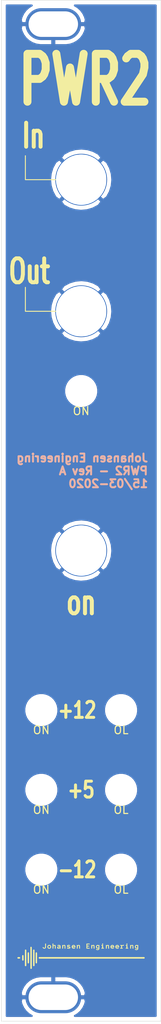
<source format=kicad_pcb>
(kicad_pcb (version 20171130) (host pcbnew "(5.1.5)-3")

  (general
    (thickness 1.6)
    (drawings 72)
    (tracks 0)
    (zones 0)
    (modules 13)
    (nets 2)
  )

  (page A4)
  (title_block
    (title "Euro Power Supply Mk2")
    (date 2020-03-16)
    (rev "Rev A")
    (company "Johansen Engineering")
  )

  (layers
    (0 F.Cu signal)
    (31 B.Cu signal)
    (32 B.Adhes user)
    (33 F.Adhes user)
    (34 B.Paste user)
    (35 F.Paste user)
    (36 B.SilkS user)
    (37 F.SilkS user)
    (38 B.Mask user)
    (39 F.Mask user)
    (40 Dwgs.User user hide)
    (41 Cmts.User user)
    (42 Eco1.User user)
    (43 Eco2.User user)
    (44 Edge.Cuts user)
    (45 Margin user)
    (46 B.CrtYd user)
    (47 F.CrtYd user hide)
    (48 B.Fab user)
    (49 F.Fab user hide)
  )

  (setup
    (last_trace_width 0.25)
    (trace_clearance 0.15)
    (zone_clearance 0.508)
    (zone_45_only no)
    (trace_min 0.15)
    (via_size 0.7)
    (via_drill 0.4)
    (via_min_size 0.4)
    (via_min_drill 0.3)
    (uvia_size 0.3)
    (uvia_drill 0.1)
    (uvias_allowed no)
    (uvia_min_size 0.2)
    (uvia_min_drill 0.1)
    (edge_width 0.05)
    (segment_width 0.2)
    (pcb_text_width 0.3)
    (pcb_text_size 1.5 1.5)
    (mod_edge_width 0.12)
    (mod_text_size 1 1)
    (mod_text_width 0.15)
    (pad_size 1.524 1.524)
    (pad_drill 0.762)
    (pad_to_mask_clearance 0.051)
    (solder_mask_min_width 0.25)
    (aux_axis_origin 0 0)
    (visible_elements 7FFFFFFF)
    (pcbplotparams
      (layerselection 0x010fc_ffffffff)
      (usegerberextensions false)
      (usegerberattributes true)
      (usegerberadvancedattributes false)
      (creategerberjobfile false)
      (excludeedgelayer false)
      (linewidth 0.150000)
      (plotframeref false)
      (viasonmask false)
      (mode 1)
      (useauxorigin false)
      (hpglpennumber 1)
      (hpglpenspeed 20)
      (hpglpendiameter 15.000000)
      (psnegative false)
      (psa4output false)
      (plotreference true)
      (plotvalue true)
      (plotinvisibletext false)
      (padsonsilk false)
      (subtractmaskfromsilk false)
      (outputformat 1)
      (mirror false)
      (drillshape 0)
      (scaleselection 1)
      (outputdirectory "GerberRevA_Face"))
  )

  (net 0 "")
  (net 1 GND)

  (net_class Default "This is the default net class."
    (clearance 0.15)
    (trace_width 0.25)
    (via_dia 0.7)
    (via_drill 0.4)
    (uvia_dia 0.3)
    (uvia_drill 0.1)
  )

  (net_class Power ""
    (clearance 0.2)
    (trace_width 0.6)
    (via_dia 0.8)
    (via_drill 0.4)
    (uvia_dia 0.3)
    (uvia_drill 0.1)
    (add_net GND)
  )

  (module AJ:Jack_6m3 (layer F.Cu) (tedit 5E636D1F) (tstamp 5E6FE0F4)
    (at 1 105)
    (descr "Mounting Hole 6.5mm, no annular")
    (tags "mounting hole 6.5mm no annular")
    (path /5EEA7CE8)
    (attr virtual)
    (fp_text reference TP110 (at 0 0) (layer F.SilkS) hide
      (effects (font (size 1 1) (thickness 0.15)))
    )
    (fp_text value SQ (at 0 0) (layer F.Fab)
      (effects (font (size 1 1) (thickness 0.15)))
    )
    (fp_text user %R (at 0.3 0) (layer F.Fab)
      (effects (font (size 1 1) (thickness 0.15)))
    )
    (fp_circle (center 0 0) (end 4.5 0) (layer Cmts.User) (width 0.15))
    (fp_circle (center 0 0) (end 5 0) (layer F.CrtYd) (width 0.05))
    (pad 1 thru_hole circle (at 0 0) (size 6.5 6.5) (drill 6.3) (layers *.Cu *.Mask)
      (net 1 GND))
  )

  (module AJ:LED_Hole_3mm (layer F.Cu) (tedit 5E639614) (tstamp 5E6FCF36)
    (at 6 145)
    (descr "Mounting Hole 2.5mm, no annular")
    (tags "mounting hole 2.5mm no annular")
    (path /5EF9702E)
    (attr virtual)
    (fp_text reference H105 (at 0 -1.75) (layer F.Fab)
      (effects (font (size 1 1) (thickness 0.15)))
    )
    (fp_text value OL (at 0 2.5) (layer F.SilkS)
      (effects (font (size 1 1) (thickness 0.15)))
    )
    (fp_circle (center 0 0) (end 2.75 0) (layer F.CrtYd) (width 0.05))
    (fp_circle (center 0 0) (end 2.5 0) (layer Cmts.User) (width 0.15))
    (fp_text user %R (at 0.3 0) (layer F.Fab)
      (effects (font (size 1 1) (thickness 0.15)))
    )
    (pad "" np_thru_hole circle (at 0 0) (size 3 3) (drill 3) (layers *.Cu *.Mask))
  )

  (module AJ:LED_Hole_3mm (layer F.Cu) (tedit 5E639614) (tstamp 5E6FCF36)
    (at -4 145)
    (descr "Mounting Hole 2.5mm, no annular")
    (tags "mounting hole 2.5mm no annular")
    (path /5EF9702E)
    (attr virtual)
    (fp_text reference H105 (at 0 -1.75) (layer F.Fab)
      (effects (font (size 1 1) (thickness 0.15)))
    )
    (fp_text value ON (at 0 2.5) (layer F.SilkS)
      (effects (font (size 1 1) (thickness 0.15)))
    )
    (fp_circle (center 0 0) (end 2.75 0) (layer F.CrtYd) (width 0.05))
    (fp_circle (center 0 0) (end 2.5 0) (layer Cmts.User) (width 0.15))
    (fp_text user %R (at 0.3 0) (layer F.Fab)
      (effects (font (size 1 1) (thickness 0.15)))
    )
    (pad "" np_thru_hole circle (at 0 0) (size 3 3) (drill 3) (layers *.Cu *.Mask))
  )

  (module AJ:LED_Hole_3mm (layer F.Cu) (tedit 5E639614) (tstamp 5E6FCF36)
    (at 6 135)
    (descr "Mounting Hole 2.5mm, no annular")
    (tags "mounting hole 2.5mm no annular")
    (path /5EF9702E)
    (attr virtual)
    (fp_text reference H105 (at 0 -1.75) (layer F.Fab)
      (effects (font (size 1 1) (thickness 0.15)))
    )
    (fp_text value OL (at 0 2.5) (layer F.SilkS)
      (effects (font (size 1 1) (thickness 0.15)))
    )
    (fp_circle (center 0 0) (end 2.75 0) (layer F.CrtYd) (width 0.05))
    (fp_circle (center 0 0) (end 2.5 0) (layer Cmts.User) (width 0.15))
    (fp_text user %R (at 0.3 0) (layer F.Fab)
      (effects (font (size 1 1) (thickness 0.15)))
    )
    (pad "" np_thru_hole circle (at 0 0) (size 3 3) (drill 3) (layers *.Cu *.Mask))
  )

  (module AJ:LED_Hole_3mm (layer F.Cu) (tedit 5E639614) (tstamp 5E6FCF36)
    (at -4 135)
    (descr "Mounting Hole 2.5mm, no annular")
    (tags "mounting hole 2.5mm no annular")
    (path /5EF9702E)
    (attr virtual)
    (fp_text reference H105 (at 0 -1.75) (layer F.Fab)
      (effects (font (size 1 1) (thickness 0.15)))
    )
    (fp_text value ON (at 0 2.5) (layer F.SilkS)
      (effects (font (size 1 1) (thickness 0.15)))
    )
    (fp_circle (center 0 0) (end 2.75 0) (layer F.CrtYd) (width 0.05))
    (fp_circle (center 0 0) (end 2.5 0) (layer Cmts.User) (width 0.15))
    (fp_text user %R (at 0.3 0) (layer F.Fab)
      (effects (font (size 1 1) (thickness 0.15)))
    )
    (pad "" np_thru_hole circle (at 0 0) (size 3 3) (drill 3) (layers *.Cu *.Mask))
  )

  (module AJ:LED_Hole_3mm (layer F.Cu) (tedit 5E639614) (tstamp 5E6FCF36)
    (at 6 125)
    (descr "Mounting Hole 2.5mm, no annular")
    (tags "mounting hole 2.5mm no annular")
    (path /5EF9702E)
    (attr virtual)
    (fp_text reference H105 (at 0 -1.75) (layer F.Fab)
      (effects (font (size 1 1) (thickness 0.15)))
    )
    (fp_text value OL (at 0 2.5) (layer F.SilkS)
      (effects (font (size 1 1) (thickness 0.15)))
    )
    (fp_circle (center 0 0) (end 2.75 0) (layer F.CrtYd) (width 0.05))
    (fp_circle (center 0 0) (end 2.5 0) (layer Cmts.User) (width 0.15))
    (fp_text user %R (at 0.3 0) (layer F.Fab)
      (effects (font (size 1 1) (thickness 0.15)))
    )
    (pad "" np_thru_hole circle (at 0 0) (size 3 3) (drill 3) (layers *.Cu *.Mask))
  )

  (module AJ:LED_Hole_3mm (layer F.Cu) (tedit 5E639614) (tstamp 5E6FCF36)
    (at -4 125)
    (descr "Mounting Hole 2.5mm, no annular")
    (tags "mounting hole 2.5mm no annular")
    (path /5EF9702E)
    (attr virtual)
    (fp_text reference H105 (at 0 -1.75) (layer F.Fab)
      (effects (font (size 1 1) (thickness 0.15)))
    )
    (fp_text value ON (at 0 2.5) (layer F.SilkS)
      (effects (font (size 1 1) (thickness 0.15)))
    )
    (fp_circle (center 0 0) (end 2.75 0) (layer F.CrtYd) (width 0.05))
    (fp_circle (center 0 0) (end 2.5 0) (layer Cmts.User) (width 0.15))
    (fp_text user %R (at 0.3 0) (layer F.Fab)
      (effects (font (size 1 1) (thickness 0.15)))
    )
    (pad "" np_thru_hole circle (at 0 0) (size 3 3) (drill 3) (layers *.Cu *.Mask))
  )

  (module AJ:Johansen_engineering_logo_20mm (layer F.Cu) (tedit 0) (tstamp 5E66940B)
    (at 1 156)
    (fp_text reference G*** (at 0 0) (layer F.SilkS) hide
      (effects (font (size 1.524 1.524) (thickness 0.3)))
    )
    (fp_text value LOGO (at 0.75 0) (layer F.SilkS) hide
      (effects (font (size 1.524 1.524) (thickness 0.3)))
    )
    (fp_poly (pts (xy 5.7912 -1.6002) (xy 5.6769 -1.6002) (xy 5.6769 -1.7272) (xy 5.7912 -1.7272)
      (xy 5.7912 -1.6002)) (layer F.SilkS) (width 0.01))
    (fp_poly (pts (xy 2.7432 -1.6002) (xy 2.6289 -1.6002) (xy 2.6289 -1.7272) (xy 2.7432 -1.7272)
      (xy 2.7432 -1.6002)) (layer F.SilkS) (width 0.01))
    (fp_poly (pts (xy 6.438114 -1.557682) (xy 6.473195 -1.540877) (xy 6.492674 -1.525074) (xy 6.53415 -1.488047)
      (xy 6.538239 -1.296474) (xy 6.542329 -1.1049) (xy 6.4389 -1.1049) (xy 6.4389 -1.269093)
      (xy 6.438314 -1.340183) (xy 6.436253 -1.390123) (xy 6.432258 -1.423146) (xy 6.42587 -1.44348)
      (xy 6.418942 -1.453243) (xy 6.385287 -1.471026) (xy 6.34556 -1.469126) (xy 6.306502 -1.449796)
      (xy 6.274851 -1.415286) (xy 6.268062 -1.402846) (xy 6.256927 -1.366194) (xy 6.250505 -1.311371)
      (xy 6.2484 -1.23495) (xy 6.2484 -1.1049) (xy 6.1468 -1.1049) (xy 6.1468 -1.5494)
      (xy 6.1976 -1.5494) (xy 6.230192 -1.547858) (xy 6.244681 -1.539719) (xy 6.24833 -1.519718)
      (xy 6.2484 -1.51257) (xy 6.2484 -1.47574) (xy 6.29158 -1.51892) (xy 6.323768 -1.546762)
      (xy 6.354315 -1.559316) (xy 6.392979 -1.5621) (xy 6.438114 -1.557682)) (layer F.SilkS) (width 0.01))
    (fp_poly (pts (xy 5.7912 -1.1938) (xy 5.842 -1.1938) (xy 5.874525 -1.192455) (xy 5.888979 -1.184146)
      (xy 5.892686 -1.162467) (xy 5.8928 -1.14935) (xy 5.8928 -1.1049) (xy 5.588 -1.1049)
      (xy 5.588 -1.14935) (xy 5.589965 -1.179142) (xy 5.601057 -1.19136) (xy 5.629066 -1.193795)
      (xy 5.63245 -1.1938) (xy 5.6769 -1.1938) (xy 5.6769 -1.4605) (xy 5.63245 -1.4605)
      (xy 5.602658 -1.462466) (xy 5.59044 -1.473558) (xy 5.588005 -1.501567) (xy 5.588 -1.50495)
      (xy 5.588 -1.5494) (xy 5.7912 -1.5494) (xy 5.7912 -1.1938)) (layer F.SilkS) (width 0.01))
    (fp_poly (pts (xy 5.333699 -1.559088) (xy 5.358516 -1.549115) (xy 5.365016 -1.529069) (xy 5.358113 -1.50037)
      (xy 5.347462 -1.474869) (xy 5.333608 -1.464519) (xy 5.307593 -1.46496) (xy 5.290351 -1.467394)
      (xy 5.229116 -1.466859) (xy 5.175228 -1.448209) (xy 5.135106 -1.414121) (xy 5.125293 -1.398632)
      (xy 5.112681 -1.358423) (xy 5.106047 -1.302265) (xy 5.1054 -1.276981) (xy 5.1054 -1.1938)
      (xy 5.1562 -1.1938) (xy 5.188725 -1.192455) (xy 5.203179 -1.184146) (xy 5.206886 -1.162467)
      (xy 5.207 -1.14935) (xy 5.207 -1.1049) (xy 4.9022 -1.1049) (xy 4.9022 -1.14935)
      (xy 4.903737 -1.17781) (xy 4.913233 -1.190458) (xy 4.93801 -1.193701) (xy 4.953 -1.1938)
      (xy 5.0038 -1.1938) (xy 5.0038 -1.4732) (xy 4.953 -1.4732) (xy 4.920426 -1.474705)
      (xy 4.905946 -1.482858) (xy 4.90228 -1.503119) (xy 4.9022 -1.5113) (xy 4.9022 -1.5494)
      (xy 5.1054 -1.5494) (xy 5.1054 -1.46711) (xy 5.138393 -1.502693) (xy 5.182463 -1.539231)
      (xy 5.233745 -1.557784) (xy 5.287201 -1.561906) (xy 5.333699 -1.559088)) (layer F.SilkS) (width 0.01))
    (fp_poly (pts (xy 3.390114 -1.557682) (xy 3.425195 -1.540877) (xy 3.444674 -1.525074) (xy 3.48615 -1.488047)
      (xy 3.490239 -1.296474) (xy 3.494329 -1.1049) (xy 3.3909 -1.1049) (xy 3.3909 -1.269093)
      (xy 3.390314 -1.340183) (xy 3.388253 -1.390123) (xy 3.384258 -1.423146) (xy 3.37787 -1.44348)
      (xy 3.370942 -1.453243) (xy 3.337287 -1.471026) (xy 3.29756 -1.469126) (xy 3.258502 -1.449796)
      (xy 3.226851 -1.415286) (xy 3.220062 -1.402846) (xy 3.208927 -1.366194) (xy 3.202505 -1.311371)
      (xy 3.2004 -1.23495) (xy 3.2004 -1.1049) (xy 3.0988 -1.1049) (xy 3.0988 -1.5494)
      (xy 3.1496 -1.5494) (xy 3.182192 -1.547858) (xy 3.196681 -1.539719) (xy 3.20033 -1.519718)
      (xy 3.2004 -1.51257) (xy 3.2004 -1.47574) (xy 3.24358 -1.51892) (xy 3.275768 -1.546762)
      (xy 3.306315 -1.559316) (xy 3.344979 -1.5621) (xy 3.390114 -1.557682)) (layer F.SilkS) (width 0.01))
    (fp_poly (pts (xy 2.7432 -1.1938) (xy 2.794 -1.1938) (xy 2.826525 -1.192455) (xy 2.840979 -1.184146)
      (xy 2.844686 -1.162467) (xy 2.8448 -1.14935) (xy 2.8448 -1.1049) (xy 2.54 -1.1049)
      (xy 2.54 -1.14935) (xy 2.541965 -1.179142) (xy 2.553057 -1.19136) (xy 2.581066 -1.193795)
      (xy 2.58445 -1.1938) (xy 2.6289 -1.1938) (xy 2.6289 -1.4605) (xy 2.58445 -1.4605)
      (xy 2.554658 -1.462466) (xy 2.54244 -1.473558) (xy 2.540005 -1.501567) (xy 2.54 -1.50495)
      (xy 2.54 -1.5494) (xy 2.7432 -1.5494) (xy 2.7432 -1.1938)) (layer F.SilkS) (width 0.01))
    (fp_poly (pts (xy 1.561314 -1.557682) (xy 1.596395 -1.540877) (xy 1.615874 -1.525074) (xy 1.65735 -1.488047)
      (xy 1.661439 -1.296474) (xy 1.665529 -1.1049) (xy 1.5621 -1.1049) (xy 1.5621 -1.269093)
      (xy 1.561514 -1.340183) (xy 1.559453 -1.390123) (xy 1.555458 -1.423146) (xy 1.54907 -1.44348)
      (xy 1.542142 -1.453243) (xy 1.508487 -1.471026) (xy 1.46876 -1.469126) (xy 1.429702 -1.449796)
      (xy 1.398051 -1.415286) (xy 1.391262 -1.402846) (xy 1.380127 -1.366194) (xy 1.373705 -1.311371)
      (xy 1.3716 -1.23495) (xy 1.3716 -1.1049) (xy 1.27 -1.1049) (xy 1.27 -1.5494)
      (xy 1.3208 -1.5494) (xy 1.353392 -1.547858) (xy 1.367881 -1.539719) (xy 1.37153 -1.519718)
      (xy 1.3716 -1.51257) (xy 1.3716 -1.47574) (xy 1.41478 -1.51892) (xy 1.446968 -1.546762)
      (xy 1.477515 -1.559316) (xy 1.516179 -1.5621) (xy 1.561314 -1.557682)) (layer F.SilkS) (width 0.01))
    (fp_poly (pts (xy 1.0541 -1.6383) (xy 0.762 -1.6383) (xy 0.762 -1.4605) (xy 0.9906 -1.4605)
      (xy 0.9906 -1.3716) (xy 0.762 -1.3716) (xy 0.762 -1.1938) (xy 1.0541 -1.1938)
      (xy 1.0541 -1.1049) (xy 0.6604 -1.1049) (xy 0.6604 -1.7272) (xy 1.0541 -1.7272)
      (xy 1.0541 -1.6383)) (layer F.SilkS) (width 0.01))
    (fp_poly (pts (xy -0.254786 -1.557682) (xy -0.219705 -1.540877) (xy -0.200226 -1.525074) (xy -0.15875 -1.488047)
      (xy -0.154661 -1.296474) (xy -0.150571 -1.1049) (xy -0.254 -1.1049) (xy -0.254 -1.269093)
      (xy -0.254586 -1.340183) (xy -0.256647 -1.390123) (xy -0.260642 -1.423146) (xy -0.26703 -1.44348)
      (xy -0.273958 -1.453243) (xy -0.307613 -1.471026) (xy -0.34734 -1.469126) (xy -0.386398 -1.449796)
      (xy -0.418049 -1.415286) (xy -0.424838 -1.402846) (xy -0.435973 -1.366194) (xy -0.442395 -1.311371)
      (xy -0.4445 -1.23495) (xy -0.4445 -1.1049) (xy -0.5461 -1.1049) (xy -0.5461 -1.5494)
      (xy -0.4953 -1.5494) (xy -0.462708 -1.547858) (xy -0.448219 -1.539719) (xy -0.44457 -1.519718)
      (xy -0.4445 -1.51257) (xy -0.4445 -1.47574) (xy -0.40132 -1.51892) (xy -0.369132 -1.546762)
      (xy -0.338585 -1.559316) (xy -0.299921 -1.5621) (xy -0.254786 -1.557682)) (layer F.SilkS) (width 0.01))
    (fp_poly (pts (xy -2.083586 -1.557682) (xy -2.048505 -1.540877) (xy -2.029026 -1.525074) (xy -1.98755 -1.488047)
      (xy -1.983461 -1.296474) (xy -1.979371 -1.1049) (xy -2.0828 -1.1049) (xy -2.0828 -1.269093)
      (xy -2.083386 -1.340183) (xy -2.085447 -1.390123) (xy -2.089442 -1.423146) (xy -2.09583 -1.44348)
      (xy -2.102758 -1.453243) (xy -2.136413 -1.471026) (xy -2.17614 -1.469126) (xy -2.215198 -1.449796)
      (xy -2.246849 -1.415286) (xy -2.253638 -1.402846) (xy -2.264773 -1.366194) (xy -2.271195 -1.311371)
      (xy -2.2733 -1.23495) (xy -2.2733 -1.1049) (xy -2.3749 -1.1049) (xy -2.3749 -1.5494)
      (xy -2.3241 -1.5494) (xy -2.291508 -1.547858) (xy -2.277019 -1.539719) (xy -2.27337 -1.519718)
      (xy -2.2733 -1.51257) (xy -2.2733 -1.47574) (xy -2.23012 -1.51892) (xy -2.197932 -1.546762)
      (xy -2.167385 -1.559316) (xy -2.128721 -1.5621) (xy -2.083586 -1.557682)) (layer F.SilkS) (width 0.01))
    (fp_poly (pts (xy -3.4925 -1.4728) (xy -3.456821 -1.512732) (xy -3.427389 -1.5394) (xy -3.393523 -1.553345)
      (xy -3.357035 -1.558824) (xy -3.316057 -1.560857) (xy -3.288191 -1.554679) (xy -3.261577 -1.536716)
      (xy -3.249839 -1.526515) (xy -3.20675 -1.488047) (xy -3.202661 -1.296474) (xy -3.198571 -1.1049)
      (xy -3.302 -1.1049) (xy -3.302 -1.269093) (xy -3.302586 -1.340183) (xy -3.304647 -1.390123)
      (xy -3.308642 -1.423146) (xy -3.31503 -1.44348) (xy -3.321958 -1.453243) (xy -3.355613 -1.471026)
      (xy -3.39534 -1.469126) (xy -3.434398 -1.449796) (xy -3.466049 -1.415286) (xy -3.472838 -1.402846)
      (xy -3.483973 -1.366194) (xy -3.490395 -1.311371) (xy -3.4925 -1.23495) (xy -3.4925 -1.1049)
      (xy -3.5941 -1.1049) (xy -3.5941 -1.7272) (xy -3.4925 -1.7272) (xy -3.4925 -1.4728)) (layer F.SilkS) (width 0.01))
    (fp_poly (pts (xy 4.580413 -1.554213) (xy 4.642081 -1.529509) (xy 4.682518 -1.496889) (xy 4.717361 -1.444956)
      (xy 4.744231 -1.376519) (xy 4.755115 -1.330325) (xy 4.76365 -1.2827) (xy 4.382044 -1.2827)
      (xy 4.396231 -1.251563) (xy 4.422015 -1.220722) (xy 4.463617 -1.196033) (xy 4.51148 -1.182529)
      (xy 4.529469 -1.181379) (xy 4.563706 -1.186876) (xy 4.605711 -1.200296) (xy 4.619304 -1.206015)
      (xy 4.672959 -1.230372) (xy 4.698501 -1.197899) (xy 4.724044 -1.165427) (xy 4.692542 -1.140647)
      (xy 4.634692 -1.109715) (xy 4.564466 -1.094349) (xy 4.490081 -1.095244) (xy 4.419751 -1.113091)
      (xy 4.410914 -1.116882) (xy 4.354086 -1.155589) (xy 4.313056 -1.209757) (xy 4.288965 -1.274104)
      (xy 4.282956 -1.343346) (xy 4.292211 -1.391565) (xy 4.393971 -1.391565) (xy 4.404865 -1.380108)
      (xy 4.436586 -1.373964) (xy 4.491057 -1.371724) (xy 4.51485 -1.3716) (xy 4.574137 -1.372497)
      (xy 4.611624 -1.375518) (xy 4.630856 -1.381158) (xy 4.6355 -1.388437) (xy 4.626899 -1.407855)
      (xy 4.605878 -1.433023) (xy 4.602726 -1.436062) (xy 4.568051 -1.458882) (xy 4.523684 -1.466715)
      (xy 4.51485 -1.46685) (xy 4.467831 -1.461049) (xy 4.432384 -1.440917) (xy 4.426973 -1.436062)
      (xy 4.401981 -1.409746) (xy 4.393971 -1.391565) (xy 4.292211 -1.391565) (xy 4.296172 -1.4122)
      (xy 4.329753 -1.475383) (xy 4.332623 -1.479111) (xy 4.382212 -1.523338) (xy 4.444216 -1.550809)
      (xy 4.51237 -1.561206) (xy 4.580413 -1.554213)) (layer F.SilkS) (width 0.01))
    (fp_poly (pts (xy 3.970813 -1.554213) (xy 4.032481 -1.529509) (xy 4.072918 -1.496889) (xy 4.107761 -1.444956)
      (xy 4.134631 -1.376519) (xy 4.145515 -1.330325) (xy 4.15405 -1.2827) (xy 3.772444 -1.2827)
      (xy 3.786631 -1.251563) (xy 3.812415 -1.220722) (xy 3.854017 -1.196033) (xy 3.90188 -1.182529)
      (xy 3.919869 -1.181379) (xy 3.954106 -1.186876) (xy 3.996111 -1.200296) (xy 4.009704 -1.206015)
      (xy 4.063359 -1.230372) (xy 4.088901 -1.197899) (xy 4.114444 -1.165427) (xy 4.082942 -1.140647)
      (xy 4.025092 -1.109715) (xy 3.954866 -1.094349) (xy 3.880481 -1.095244) (xy 3.810151 -1.113091)
      (xy 3.801314 -1.116882) (xy 3.744486 -1.155589) (xy 3.703456 -1.209757) (xy 3.679365 -1.274104)
      (xy 3.673356 -1.343346) (xy 3.682611 -1.391565) (xy 3.784371 -1.391565) (xy 3.795265 -1.380108)
      (xy 3.826986 -1.373964) (xy 3.881457 -1.371724) (xy 3.90525 -1.3716) (xy 3.964537 -1.372497)
      (xy 4.002024 -1.375518) (xy 4.021256 -1.381158) (xy 4.0259 -1.388437) (xy 4.017299 -1.407855)
      (xy 3.996278 -1.433023) (xy 3.993126 -1.436062) (xy 3.958451 -1.458882) (xy 3.914084 -1.466715)
      (xy 3.90525 -1.46685) (xy 3.858231 -1.461049) (xy 3.822784 -1.440917) (xy 3.817373 -1.436062)
      (xy 3.792381 -1.409746) (xy 3.784371 -1.391565) (xy 3.682611 -1.391565) (xy 3.686572 -1.4122)
      (xy 3.720153 -1.475383) (xy 3.723023 -1.479111) (xy 3.772612 -1.523338) (xy 3.834616 -1.550809)
      (xy 3.90277 -1.561206) (xy 3.970813 -1.554213)) (layer F.SilkS) (width 0.01))
    (fp_poly (pts (xy -0.893287 -1.554213) (xy -0.831619 -1.529509) (xy -0.791182 -1.496889) (xy -0.756339 -1.444956)
      (xy -0.729469 -1.376519) (xy -0.718585 -1.330325) (xy -0.71005 -1.2827) (xy -1.091656 -1.2827)
      (xy -1.077469 -1.251563) (xy -1.051685 -1.220722) (xy -1.010083 -1.196033) (xy -0.96222 -1.182529)
      (xy -0.944231 -1.181379) (xy -0.909994 -1.186876) (xy -0.867989 -1.200296) (xy -0.854396 -1.206015)
      (xy -0.800741 -1.230372) (xy -0.775199 -1.197899) (xy -0.749656 -1.165427) (xy -0.781158 -1.140647)
      (xy -0.839008 -1.109715) (xy -0.909234 -1.094349) (xy -0.983619 -1.095244) (xy -1.053949 -1.113091)
      (xy -1.062786 -1.116882) (xy -1.119614 -1.155589) (xy -1.160644 -1.209757) (xy -1.184735 -1.274104)
      (xy -1.190744 -1.343346) (xy -1.181489 -1.391565) (xy -1.079729 -1.391565) (xy -1.068835 -1.380108)
      (xy -1.037114 -1.373964) (xy -0.982643 -1.371724) (xy -0.95885 -1.3716) (xy -0.899563 -1.372497)
      (xy -0.862076 -1.375518) (xy -0.842844 -1.381158) (xy -0.8382 -1.388437) (xy -0.846801 -1.407855)
      (xy -0.867822 -1.433023) (xy -0.870974 -1.436062) (xy -0.905649 -1.458882) (xy -0.950016 -1.466715)
      (xy -0.95885 -1.46685) (xy -1.005869 -1.461049) (xy -1.041316 -1.440917) (xy -1.046727 -1.436062)
      (xy -1.071719 -1.409746) (xy -1.079729 -1.391565) (xy -1.181489 -1.391565) (xy -1.177528 -1.4122)
      (xy -1.143947 -1.475383) (xy -1.141077 -1.479111) (xy -1.091488 -1.523338) (xy -1.029484 -1.550809)
      (xy -0.96133 -1.561206) (xy -0.893287 -1.554213)) (layer F.SilkS) (width 0.01))
    (fp_poly (pts (xy -1.499368 -1.555614) (xy -1.44416 -1.541972) (xy -1.404078 -1.521893) (xy -1.399511 -1.518039)
      (xy -1.390917 -1.496999) (xy -1.395732 -1.471018) (xy -1.409704 -1.449342) (xy -1.428581 -1.441216)
      (xy -1.434188 -1.442638) (xy -1.484964 -1.458797) (xy -1.539754 -1.46749) (xy -1.592266 -1.468788)
      (xy -1.63621 -1.462765) (xy -1.665296 -1.449493) (xy -1.672404 -1.439896) (xy -1.674927 -1.423045)
      (xy -1.66548 -1.409718) (xy -1.640613 -1.398217) (xy -1.59688 -1.386848) (xy -1.542769 -1.376106)
      (xy -1.466464 -1.358051) (xy -1.412706 -1.335324) (xy -1.378777 -1.305842) (xy -1.361955 -1.267522)
      (xy -1.3589 -1.235272) (xy -1.370255 -1.184513) (xy -1.401971 -1.143588) (xy -1.450525 -1.113685)
      (xy -1.512393 -1.095996) (xy -1.584053 -1.091711) (xy -1.661981 -1.102018) (xy -1.711575 -1.116148)
      (xy -1.74983 -1.130218) (xy -1.777502 -1.14198) (xy -1.78631 -1.147076) (xy -1.787249 -1.162875)
      (xy -1.779123 -1.190996) (xy -1.777766 -1.194366) (xy -1.768832 -1.214471) (xy -1.75898 -1.22493)
      (xy -1.742547 -1.226014) (xy -1.713871 -1.217993) (xy -1.667288 -1.201137) (xy -1.6637 -1.199814)
      (xy -1.589338 -1.184145) (xy -1.545478 -1.18448) (xy -1.493214 -1.194302) (xy -1.464901 -1.209938)
      (xy -1.460543 -1.228742) (xy -1.480141 -1.248068) (xy -1.523697 -1.26527) (xy -1.545407 -1.270468)
      (xy -1.615533 -1.28559) (xy -1.665449 -1.298066) (xy -1.699967 -1.309613) (xy -1.723902 -1.321947)
      (xy -1.742064 -1.336782) (xy -1.747663 -1.342575) (xy -1.773593 -1.386491) (xy -1.777138 -1.43379)
      (xy -1.760004 -1.479802) (xy -1.723896 -1.519859) (xy -1.672399 -1.548593) (xy -1.621821 -1.559858)
      (xy -1.561366 -1.561887) (xy -1.499368 -1.555614)) (layer F.SilkS) (width 0.01))
    (fp_poly (pts (xy -2.68974 -1.543542) (xy -2.636031 -1.510856) (xy -2.618333 -1.492077) (xy -2.607265 -1.476043)
      (xy -2.599623 -1.45777) (xy -2.594782 -1.432463) (xy -2.592116 -1.395325) (xy -2.590999 -1.34156)
      (xy -2.5908 -1.280988) (xy -2.5908 -1.1049) (xy -2.6416 -1.1049) (xy -2.674784 -1.106998)
      (xy -2.689463 -1.115559) (xy -2.6924 -1.130681) (xy -2.693572 -1.146689) (xy -2.701127 -1.14832)
      (xy -2.721121 -1.135198) (xy -2.730465 -1.128319) (xy -2.776756 -1.105976) (xy -2.841775 -1.094886)
      (xy -2.844526 -1.094679) (xy -2.887907 -1.092528) (xy -2.915796 -1.096061) (xy -2.937974 -1.108454)
      (xy -2.964225 -1.132885) (xy -2.965211 -1.133871) (xy -2.994457 -1.167957) (xy -3.00754 -1.199444)
      (xy -3.0099 -1.228236) (xy -3.00627 -1.245312) (xy -2.906332 -1.245312) (xy -2.900867 -1.211646)
      (xy -2.875275 -1.190621) (xy -2.832426 -1.1841) (xy -2.81415 -1.185553) (xy -2.772017 -1.196275)
      (xy -2.734934 -1.214011) (xy -2.7316 -1.216351) (xy -2.70682 -1.244116) (xy -2.694732 -1.274431)
      (xy -2.693942 -1.294603) (xy -2.702043 -1.3044) (xy -2.725232 -1.307396) (xy -2.751882 -1.307384)
      (xy -2.819582 -1.301495) (xy -2.869617 -1.286312) (xy -2.899343 -1.262896) (xy -2.906332 -1.245312)
      (xy -3.00627 -1.245312) (xy -2.998431 -1.282175) (xy -2.964622 -1.32525) (xy -2.90937 -1.356852)
      (xy -2.833573 -1.37637) (xy -2.783817 -1.381711) (xy -2.736121 -1.385415) (xy -2.708713 -1.390045)
      (xy -2.696495 -1.397462) (xy -2.694371 -1.409525) (xy -2.694917 -1.414164) (xy -2.708173 -1.439067)
      (xy -2.732872 -1.459691) (xy -2.762864 -1.469361) (xy -2.804089 -1.469332) (xy -2.860594 -1.459217)
      (xy -2.928101 -1.441102) (xy -2.950633 -1.44152) (xy -2.967253 -1.462151) (xy -2.969537 -1.466955)
      (xy -2.978968 -1.493475) (xy -2.975184 -1.511471) (xy -2.954407 -1.525894) (xy -2.912857 -1.541697)
      (xy -2.912373 -1.541862) (xy -2.832843 -1.55988) (xy -2.756988 -1.560162) (xy -2.68974 -1.543542)) (layer F.SilkS) (width 0.01))
    (fp_poly (pts (xy -3.928234 -1.550875) (xy -3.863526 -1.518974) (xy -3.814138 -1.469054) (xy -3.782715 -1.403778)
      (xy -3.7719 -1.32715) (xy -3.783004 -1.249054) (xy -3.814658 -1.18411) (xy -3.864381 -1.134769)
      (xy -3.929689 -1.103479) (xy -4.008099 -1.092689) (xy -4.009618 -1.092698) (xy -4.055423 -1.096661)
      (xy -4.09736 -1.105996) (xy -4.10845 -1.110128) (xy -4.165573 -1.148536) (xy -4.207684 -1.203233)
      (xy -4.232914 -1.268775) (xy -4.238451 -1.329387) (xy -4.136311 -1.329387) (xy -4.129113 -1.278667)
      (xy -4.106582 -1.234684) (xy -4.070822 -1.202228) (xy -4.02394 -1.186087) (xy -3.988483 -1.186617)
      (xy -3.948482 -1.200439) (xy -3.912853 -1.224881) (xy -3.912283 -1.225445) (xy -3.892332 -1.250305)
      (xy -3.882596 -1.279342) (xy -3.879863 -1.322628) (xy -3.87985 -1.32715) (xy -3.882004 -1.371443)
      (xy -3.890817 -1.400991) (xy -3.909814 -1.426258) (xy -3.915064 -1.431637) (xy -3.945405 -1.45555)
      (xy -3.979953 -1.465539) (xy -4.008239 -1.46685) (xy -4.049347 -1.4636) (xy -4.077077 -1.450797)
      (xy -4.096284 -1.431875) (xy -4.12607 -1.382053) (xy -4.136311 -1.329387) (xy -4.238451 -1.329387)
      (xy -4.239395 -1.339717) (xy -4.225258 -1.410612) (xy -4.217797 -1.42875) (xy -4.177045 -1.493267)
      (xy -4.123606 -1.536131) (xy -4.055939 -1.558311) (xy -4.005616 -1.5621) (xy -3.928234 -1.550875)) (layer F.SilkS) (width 0.01))
    (fp_poly (pts (xy -4.4196 -1.488591) (xy -4.419793 -1.404055) (xy -4.420646 -1.340647) (xy -4.422573 -1.2941)
      (xy -4.425987 -1.260145) (xy -4.4313 -1.234512) (xy -4.438927 -1.212932) (xy -4.448175 -1.193316)
      (xy -4.485253 -1.140853) (xy -4.5212 -1.114445) (xy -4.57366 -1.098358) (xy -4.635735 -1.093623)
      (xy -4.694048 -1.100801) (xy -4.711694 -1.106468) (xy -4.760888 -1.136785) (xy -4.804109 -1.182386)
      (xy -4.820857 -1.209045) (xy -4.835563 -1.242359) (xy -4.834023 -1.262346) (xy -4.814179 -1.276747)
      (xy -4.801367 -1.282383) (xy -4.764497 -1.29121) (xy -4.742418 -1.282211) (xy -4.7371 -1.26403)
      (xy -4.726769 -1.242315) (xy -4.701312 -1.217181) (xy -4.669037 -1.195013) (xy -4.63825 -1.182196)
      (xy -4.629215 -1.1811) (xy -4.595624 -1.183479) (xy -4.569712 -1.192506) (xy -4.550511 -1.211022)
      (xy -4.537054 -1.241866) (xy -4.528372 -1.287878) (xy -4.523497 -1.351896) (xy -4.521461 -1.436762)
      (xy -4.5212 -1.49797) (xy -4.5212 -1.7272) (xy -4.4196 -1.7272) (xy -4.4196 -1.488591)) (layer F.SilkS) (width 0.01))
    (fp_poly (pts (xy 6.982474 -1.554547) (xy 7.01103 -1.542724) (xy 7.036696 -1.532792) (xy 7.048357 -1.535238)
      (xy 7.0485 -1.536374) (xy 7.059765 -1.544531) (xy 7.08791 -1.549068) (xy 7.0993 -1.5494)
      (xy 7.1501 -1.5494) (xy 7.1501 -1.297279) (xy 7.149965 -1.210807) (xy 7.149309 -1.145845)
      (xy 7.147751 -1.098503) (xy 7.144912 -1.064891) (xy 7.140412 -1.041121) (xy 7.133872 -1.023301)
      (xy 7.12491 -1.007543) (xy 7.121271 -1.002004) (xy 7.075865 -0.955806) (xy 7.015238 -0.92617)
      (xy 6.944389 -0.914287) (xy 6.868316 -0.921344) (xy 6.829304 -0.932553) (xy 6.783678 -0.95258)
      (xy 6.753552 -0.973524) (xy 6.7437 -0.990749) (xy 6.750936 -1.006855) (xy 6.765955 -1.027971)
      (xy 6.78821 -1.055454) (xy 6.85027 -1.028002) (xy 6.911509 -1.009375) (xy 6.965737 -1.008729)
      (xy 7.009169 -1.024672) (xy 7.038018 -1.055813) (xy 7.048499 -1.100762) (xy 7.0485 -1.100845)
      (xy 7.0485 -1.143653) (xy 7.01103 -1.124277) (xy 6.950461 -1.105468) (xy 6.890993 -1.109244)
      (xy 6.836141 -1.132901) (xy 6.78942 -1.173738) (xy 6.754344 -1.229054) (xy 6.734428 -1.296147)
      (xy 6.731306 -1.338056) (xy 6.833295 -1.338056) (xy 6.839837 -1.286997) (xy 6.862551 -1.241659)
      (xy 6.897497 -1.210892) (xy 6.935645 -1.199991) (xy 6.981196 -1.201232) (xy 7.020959 -1.213701)
      (xy 7.030583 -1.220141) (xy 7.040135 -1.240666) (xy 7.04631 -1.278318) (xy 7.049036 -1.325146)
      (xy 7.048245 -1.373197) (xy 7.043867 -1.41452) (xy 7.035831 -1.441162) (xy 7.032553 -1.445224)
      (xy 6.991884 -1.464636) (xy 6.942672 -1.468399) (xy 6.907954 -1.46015) (xy 6.867628 -1.431174)
      (xy 6.84265 -1.388296) (xy 6.833295 -1.338056) (xy 6.731306 -1.338056) (xy 6.731208 -1.339366)
      (xy 6.741573 -1.409478) (xy 6.769635 -1.469592) (xy 6.811576 -1.516931) (xy 6.863576 -1.548721)
      (xy 6.921815 -1.562184) (xy 6.982474 -1.554547)) (layer F.SilkS) (width 0.01))
    (fp_poly (pts (xy 2.105674 -1.554547) (xy 2.13423 -1.542724) (xy 2.159896 -1.532792) (xy 2.171557 -1.535238)
      (xy 2.1717 -1.536374) (xy 2.182965 -1.544531) (xy 2.21111 -1.549068) (xy 2.2225 -1.5494)
      (xy 2.2733 -1.5494) (xy 2.2733 -1.297279) (xy 2.273165 -1.210807) (xy 2.272509 -1.145845)
      (xy 2.270951 -1.098503) (xy 2.268112 -1.064891) (xy 2.263612 -1.041121) (xy 2.257072 -1.023301)
      (xy 2.24811 -1.007543) (xy 2.244471 -1.002004) (xy 2.199065 -0.955806) (xy 2.138438 -0.92617)
      (xy 2.067589 -0.914287) (xy 1.991516 -0.921344) (xy 1.952504 -0.932553) (xy 1.906878 -0.95258)
      (xy 1.876752 -0.973524) (xy 1.8669 -0.990749) (xy 1.874136 -1.006855) (xy 1.889155 -1.027971)
      (xy 1.91141 -1.055454) (xy 1.97347 -1.028002) (xy 2.034709 -1.009375) (xy 2.088937 -1.008729)
      (xy 2.132369 -1.024672) (xy 2.161218 -1.055813) (xy 2.171699 -1.100762) (xy 2.1717 -1.100845)
      (xy 2.1717 -1.143653) (xy 2.13423 -1.124277) (xy 2.073661 -1.105468) (xy 2.014193 -1.109244)
      (xy 1.959341 -1.132901) (xy 1.91262 -1.173738) (xy 1.877544 -1.229054) (xy 1.857628 -1.296147)
      (xy 1.854506 -1.338056) (xy 1.956495 -1.338056) (xy 1.963037 -1.286997) (xy 1.985751 -1.241659)
      (xy 2.020697 -1.210892) (xy 2.058845 -1.199991) (xy 2.104396 -1.201232) (xy 2.144159 -1.213701)
      (xy 2.153783 -1.220141) (xy 2.163335 -1.240666) (xy 2.16951 -1.278318) (xy 2.172236 -1.325146)
      (xy 2.171445 -1.373197) (xy 2.167067 -1.41452) (xy 2.159031 -1.441162) (xy 2.155753 -1.445224)
      (xy 2.115084 -1.464636) (xy 2.065872 -1.468399) (xy 2.031154 -1.46015) (xy 1.990828 -1.431174)
      (xy 1.96585 -1.388296) (xy 1.956495 -1.338056) (xy 1.854506 -1.338056) (xy 1.854408 -1.339366)
      (xy 1.864773 -1.409478) (xy 1.892835 -1.469592) (xy 1.934776 -1.516931) (xy 1.986776 -1.548721)
      (xy 2.045015 -1.562184) (xy 2.105674 -1.554547)) (layer F.SilkS) (width 0.01))
    (fp_poly (pts (xy 7.935286 -0.008707) (xy 7.958647 0.032187) (xy 7.960396 0.076811) (xy 7.940639 0.117299)
      (xy 7.933506 0.124786) (xy 7.904112 0.1524) (xy -5.281357 0.1524) (xy -5.307679 0.118937)
      (xy -5.326231 0.087072) (xy -5.334 0.057272) (xy -5.334 0.05715) (xy -5.326306 0.027404)
      (xy -5.307793 -0.004493) (xy -5.307679 -0.004638) (xy -5.281357 -0.0381) (xy 1.313157 -0.038101)
      (xy 7.907672 -0.038101) (xy 7.935286 -0.008707)) (layer F.SilkS) (width 0.01))
    (fp_poly (pts (xy -7.755957 -0.035608) (xy -7.707899 -0.026809) (xy -7.677895 -0.009719) (xy -7.662458 0.017645)
      (xy -7.6581 0.05715) (xy -7.662393 0.096532) (xy -7.677601 0.12378) (xy -7.707219 0.140862)
      (xy -7.754743 0.149745) (xy -7.823668 0.152395) (xy -7.827337 0.1524) (xy -7.884092 0.151825)
      (xy -7.921508 0.14929) (xy -7.945635 0.143576) (xy -7.962524 0.133466) (xy -7.973387 0.123006)
      (xy -7.996748 0.082112) (xy -7.998497 0.037488) (xy -7.97874 -0.003) (xy -7.971607 -0.010487)
      (xy -7.954426 -0.02382) (xy -7.933381 -0.032063) (xy -7.902262 -0.036388) (xy -7.854859 -0.03797)
      (xy -7.825557 -0.0381) (xy -7.755957 -0.035608)) (layer F.SilkS) (width 0.01))
    (fp_poly (pts (xy -7.295443 -0.286946) (xy -7.262632 -0.267843) (xy -7.253059 -0.259484) (xy -7.24573 -0.249697)
      (xy -7.240293 -0.235174) (xy -7.236395 -0.212609) (xy -7.233683 -0.178693) (xy -7.231806 -0.130118)
      (xy -7.230411 -0.063577) (xy -7.229146 0.024238) (xy -7.228812 0.049571) (xy -7.224974 0.342728)
      (xy -7.25681 0.374564) (xy -7.296565 0.401023) (xy -7.336473 0.402725) (xy -7.37396 0.379617)
      (xy -7.376487 0.377006) (xy -7.385325 0.366635) (xy -7.392044 0.354549) (xy -7.396935 0.337371)
      (xy -7.400286 0.311724) (xy -7.402389 0.274232) (xy -7.403532 0.22152) (xy -7.404006 0.15021)
      (xy -7.4041 0.056927) (xy -7.4041 0.05537) (xy -7.404035 -0.038071) (xy -7.403633 -0.109461)
      (xy -7.402587 -0.162154) (xy -7.400588 -0.199497) (xy -7.39733 -0.224844) (xy -7.392503 -0.241543)
      (xy -7.3858 -0.252945) (xy -7.376914 -0.262402) (xy -7.374707 -0.264487) (xy -7.33553 -0.288391)
      (xy -7.295443 -0.286946)) (layer F.SilkS) (width 0.01))
    (fp_poly (pts (xy -5.56964 -0.615852) (xy -5.5626 -0.6096) (xy -5.556882 -0.603181) (xy -5.552093 -0.59491)
      (xy -5.548151 -0.582635) (xy -5.544974 -0.564205) (xy -5.542478 -0.537468) (xy -5.540583 -0.500272)
      (xy -5.539205 -0.450467) (xy -5.538263 -0.3859) (xy -5.537674 -0.304421) (xy -5.537355 -0.203876)
      (xy -5.537225 -0.082116) (xy -5.5372 0.054324) (xy -5.537278 0.200224) (xy -5.537554 0.322823)
      (xy -5.538088 0.424218) (xy -5.538945 0.506508) (xy -5.540185 0.571791) (xy -5.541871 0.622165)
      (xy -5.544066 0.659728) (xy -5.546831 0.686578) (xy -5.550229 0.704814) (xy -5.554322 0.716533)
      (xy -5.556971 0.721074) (xy -5.586738 0.743781) (xy -5.626267 0.749686) (xy -5.666243 0.738757)
      (xy -5.689106 0.721505) (xy -5.694942 0.714613) (xy -5.699829 0.706105) (xy -5.70385 0.693817)
      (xy -5.70709 0.675586) (xy -5.709633 0.649248) (xy -5.711563 0.612641) (xy -5.712965 0.563601)
      (xy -5.713923 0.499964) (xy -5.714521 0.419567) (xy -5.714844 0.320246) (xy -5.714975 0.199839)
      (xy -5.715 0.05715) (xy -5.714975 -0.086357) (xy -5.714842 -0.206626) (xy -5.714518 -0.305822)
      (xy -5.713918 -0.386109) (xy -5.712957 -0.449648) (xy -5.711553 -0.498605) (xy -5.709619 -0.535142)
      (xy -5.707072 -0.561423) (xy -5.703828 -0.57961) (xy -5.699801 -0.591868) (xy -5.694909 -0.600359)
      (xy -5.689106 -0.607206) (xy -5.652262 -0.630057) (xy -5.609207 -0.633) (xy -5.56964 -0.615852)) (layer F.SilkS) (width 0.01))
    (fp_poly (pts (xy -6.585847 -0.626634) (xy -6.583677 -0.625281) (xy -6.574101 -0.617732) (xy -6.566052 -0.60754)
      (xy -6.559397 -0.592592) (xy -6.554006 -0.570773) (xy -6.549745 -0.539971) (xy -6.546483 -0.498069)
      (xy -6.544089 -0.442956) (xy -6.542429 -0.372516) (xy -6.541372 -0.284636) (xy -6.540787 -0.177201)
      (xy -6.540542 -0.048098) (xy -6.5405 0.06662) (xy -6.540527 0.208969) (xy -6.540663 0.3281)
      (xy -6.540995 0.426193) (xy -6.54161 0.505429) (xy -6.542594 0.567989) (xy -6.544032 0.616055)
      (xy -6.546012 0.651807) (xy -6.548619 0.677427) (xy -6.55194 0.695095) (xy -6.556061 0.706993)
      (xy -6.561067 0.715301) (xy -6.566395 0.721505) (xy -6.601291 0.744001) (xy -6.642129 0.749644)
      (xy -6.679597 0.738462) (xy -6.69853 0.721074) (xy -6.703044 0.712113) (xy -6.706828 0.697824)
      (xy -6.709944 0.676107) (xy -6.712454 0.644866) (xy -6.71442 0.602001) (xy -6.715906 0.545415)
      (xy -6.716972 0.473009) (xy -6.717681 0.382686) (xy -6.718095 0.272347) (xy -6.718277 0.139893)
      (xy -6.7183 0.054324) (xy -6.718273 -0.089453) (xy -6.718134 -0.209982) (xy -6.717803 -0.309414)
      (xy -6.717196 -0.3899) (xy -6.716232 -0.453593) (xy -6.714827 -0.502643) (xy -6.712901 -0.539203)
      (xy -6.71037 -0.565423) (xy -6.707152 -0.583456) (xy -6.703165 -0.595453) (xy -6.698327 -0.603566)
      (xy -6.6929 -0.6096) (xy -6.660323 -0.628507) (xy -6.620356 -0.6348) (xy -6.585847 -0.626634)) (layer F.SilkS) (width 0.01))
    (fp_poly (pts (xy -5.899947 -0.971912) (xy -5.878121 -0.95321) (xy -5.873799 -0.946928) (xy -5.870042 -0.938349)
      (xy -5.866812 -0.925761) (xy -5.864069 -0.907451) (xy -5.861773 -0.881706) (xy -5.859885 -0.846813)
      (xy -5.858365 -0.801061) (xy -5.857174 -0.742736) (xy -5.856271 -0.670125) (xy -5.855618 -0.581517)
      (xy -5.855174 -0.475198) (xy -5.854901 -0.349456) (xy -5.854758 -0.202578) (xy -5.854705 -0.032851)
      (xy -5.8547 0.059134) (xy -5.8547 1.042554) (xy -5.885873 1.073727) (xy -5.923826 1.099826)
      (xy -5.961067 1.100608) (xy -5.998937 1.076073) (xy -6.001328 1.073727) (xy -6.0325 1.042554)
      (xy -6.0325 0.059134) (xy -6.032478 -0.122409) (xy -6.032384 -0.280264) (xy -6.032179 -0.416144)
      (xy -6.031824 -0.531762) (xy -6.031278 -0.628831) (xy -6.030503 -0.709063) (xy -6.029458 -0.774171)
      (xy -6.028104 -0.825867) (xy -6.026401 -0.865865) (xy -6.02431 -0.895876) (xy -6.021791 -0.917614)
      (xy -6.018805 -0.932791) (xy -6.015311 -0.94312) (xy -6.01127 -0.950313) (xy -6.00908 -0.95321)
      (xy -5.974516 -0.977539) (xy -5.9436 -0.982134) (xy -5.899947 -0.971912)) (layer F.SilkS) (width 0.01))
    (fp_poly (pts (xy -6.943716 -0.976165) (xy -6.910397 -0.956449) (xy -6.891538 -0.924434) (xy -6.890291 -0.907327)
      (xy -6.8891 -0.866846) (xy -6.887983 -0.805015) (xy -6.886956 -0.72386) (xy -6.886034 -0.625406)
      (xy -6.885235 -0.511678) (xy -6.884573 -0.384701) (xy -6.884066 -0.246501) (xy -6.883729 -0.099103)
      (xy -6.883579 0.055468) (xy -6.883574 0.073602) (xy -6.8834 1.042554) (xy -6.914573 1.073727)
      (xy -6.951065 1.099588) (xy -6.987314 1.10115) (xy -7.027709 1.078601) (xy -7.027738 1.078578)
      (xy -7.0612 1.052256) (xy -7.0612 0.068093) (xy -7.061042 -0.14119) (xy -7.060563 -0.325406)
      (xy -7.05976 -0.484888) (xy -7.058628 -0.619967) (xy -7.057162 -0.730975) (xy -7.055359 -0.818245)
      (xy -7.053213 -0.882107) (xy -7.050721 -0.922893) (xy -7.047878 -0.940936) (xy -7.047728 -0.941243)
      (xy -7.020356 -0.969421) (xy -6.983027 -0.980776) (xy -6.943716 -0.976165)) (layer F.SilkS) (width 0.01))
    (fp_poly (pts (xy -6.229168 -1.306216) (xy -6.223922 -1.300038) (xy -6.219713 -1.294412) (xy -6.215978 -1.287885)
      (xy -6.21269 -1.278987) (xy -6.209819 -1.266249) (xy -6.207337 -1.248201) (xy -6.205217 -1.223373)
      (xy -6.203429 -1.190297) (xy -6.201946 -1.147503) (xy -6.200738 -1.093522) (xy -6.199778 -1.026883)
      (xy -6.199037 -0.946118) (xy -6.198486 -0.849757) (xy -6.198098 -0.736331) (xy -6.197844 -0.60437)
      (xy -6.197696 -0.452404) (xy -6.197625 -0.278965) (xy -6.197602 -0.082583) (xy -6.1976 0.062998)
      (xy -6.1976 1.392572) (xy -6.226994 1.420186) (xy -6.267058 1.443429) (xy -6.309329 1.444227)
      (xy -6.347001 1.42259) (xy -6.349506 1.420005) (xy -6.353639 1.415243) (xy -6.357307 1.409375)
      (xy -6.360537 1.400941) (xy -6.363359 1.388481) (xy -6.365798 1.370535) (xy -6.367884 1.345641)
      (xy -6.369643 1.312341) (xy -6.371104 1.269174) (xy -6.372295 1.21468) (xy -6.373242 1.147399)
      (xy -6.373974 1.06587) (xy -6.374518 0.968633) (xy -6.374903 0.854228) (xy -6.375156 0.721196)
      (xy -6.375304 0.568075) (xy -6.375376 0.393405) (xy -6.375399 0.195727) (xy -6.3754 0.056969)
      (xy -6.375401 -1.278273) (xy -6.346007 -1.305887) (xy -6.305943 -1.32977) (xy -6.265381 -1.329802)
      (xy -6.229168 -1.306216)) (layer F.SilkS) (width 0.01))
  )

  (module AJ:Jack_6m3 (layer F.Cu) (tedit 5E636D1F) (tstamp 5E63B301)
    (at 1 58.5)
    (descr "Mounting Hole 6.5mm, no annular")
    (tags "mounting hole 6.5mm no annular")
    (path /5EE75A89)
    (attr virtual)
    (fp_text reference TP109 (at 0 0) (layer F.SilkS) hide
      (effects (font (size 1 1) (thickness 0.15)))
    )
    (fp_text value Tri (at 0 0) (layer F.Fab)
      (effects (font (size 1 1) (thickness 0.15)))
    )
    (fp_circle (center 0 0) (end 5 0) (layer F.CrtYd) (width 0.05))
    (fp_circle (center 0 0) (end 4.5 0) (layer Cmts.User) (width 0.15))
    (fp_text user %R (at 0.3 0) (layer F.Fab)
      (effects (font (size 1 1) (thickness 0.15)))
    )
    (pad 1 thru_hole circle (at 0 0) (size 6.5 6.5) (drill 6.3) (layers *.Cu *.Mask)
      (net 1 GND))
  )

  (module AJ:Jack_6m3 (layer F.Cu) (tedit 5E636D1F) (tstamp 5E63B309)
    (at 1 75)
    (descr "Mounting Hole 6.5mm, no annular")
    (tags "mounting hole 6.5mm no annular")
    (path /5EEA7CE8)
    (attr virtual)
    (fp_text reference TP110 (at 0 0) (layer F.SilkS) hide
      (effects (font (size 1 1) (thickness 0.15)))
    )
    (fp_text value SQ (at 0 0) (layer F.Fab)
      (effects (font (size 1 1) (thickness 0.15)))
    )
    (fp_circle (center 0 0) (end 5 0) (layer F.CrtYd) (width 0.05))
    (fp_circle (center 0 0) (end 4.5 0) (layer Cmts.User) (width 0.15))
    (fp_text user %R (at 0.3 0) (layer F.Fab)
      (effects (font (size 1 1) (thickness 0.15)))
    )
    (pad 1 thru_hole circle (at 0 0) (size 6.5 6.5) (drill 6.3) (layers *.Cu *.Mask)
      (net 1 GND))
  )

  (module AJ:MountingHole_Eurorack3 (layer F.Cu) (tedit 5E638170) (tstamp 5E63B609)
    (at -2.5 39)
    (descr "Mounting Hole 6.5mm, no annular")
    (tags "mounting hole 6.5mm no annular")
    (path /5EF22F1C)
    (attr virtual)
    (fp_text reference H101 (at 0 -1.5) (layer Cmts.User)
      (effects (font (size 1 1) (thickness 0.15)))
    )
    (fp_text value MountingHole_Pad (at 0.25 0) (layer F.Fab)
      (effects (font (size 1 1) (thickness 0.15)))
    )
    (fp_text user %R (at 0.3 0) (layer F.Fab)
      (effects (font (size 1 1) (thickness 0.15)))
    )
    (pad 1 thru_hole oval (at 0 0) (size 7 4) (drill oval 6.2 3.2) (layers *.Cu *.Mask)
      (net 1 GND))
  )

  (module AJ:MountingHole_Eurorack3 (layer B.Cu) (tedit 5E638170) (tstamp 5E63B60F)
    (at -2.5 161)
    (descr "Mounting Hole 6.5mm, no annular")
    (tags "mounting hole 6.5mm no annular")
    (path /5EF24A8F)
    (attr virtual)
    (fp_text reference H102 (at 0 2.5) (layer Cmts.User)
      (effects (font (size 1 1) (thickness 0.15)))
    )
    (fp_text value MountingHole_Pad (at 0.25 0) (layer B.Fab)
      (effects (font (size 1 1) (thickness 0.15)) (justify mirror))
    )
    (fp_text user %R (at 0.3 0) (layer B.Fab)
      (effects (font (size 1 1) (thickness 0.15)) (justify mirror))
    )
    (pad 1 thru_hole oval (at 0 0) (size 7 4) (drill oval 6.2 3.2) (layers *.Cu *.Mask)
      (net 1 GND))
  )

  (module AJ:LED_Hole_3mm (layer F.Cu) (tedit 5E639614) (tstamp 5E63B623)
    (at 1 85)
    (descr "Mounting Hole 2.5mm, no annular")
    (tags "mounting hole 2.5mm no annular")
    (path /5EF9702E)
    (attr virtual)
    (fp_text reference H105 (at 0 -1.75) (layer F.Fab)
      (effects (font (size 1 1) (thickness 0.15)))
    )
    (fp_text value ON (at 0 2.5) (layer F.SilkS)
      (effects (font (size 1 1) (thickness 0.15)))
    )
    (fp_text user %R (at 0.3 0) (layer F.Fab)
      (effects (font (size 1 1) (thickness 0.15)))
    )
    (fp_circle (center 0 0) (end 2.5 0) (layer Cmts.User) (width 0.15))
    (fp_circle (center 0 0) (end 2.75 0) (layer F.CrtYd) (width 0.05))
    (pad "" np_thru_hole circle (at 0 0) (size 3 3) (drill 3) (layers *.Cu *.Mask))
  )

  (gr_text "Johansen Engineering\nPWR2 - Rev A\n15/03-2020" (at 9.5 95) (layer B.SilkS) (tstamp 5E706A68)
    (effects (font (size 1 1) (thickness 0.25)) (justify left mirror))
  )
  (gr_text on (at 1 111.5) (layer F.SilkS) (tstamp 5E6FE10B)
    (effects (font (size 3 2) (thickness 0.5)))
  )
  (gr_line (start 6 36) (end 6 164) (layer Dwgs.User) (width 0.15) (tstamp 5E6FCF9C))
  (gr_line (start -4 36) (end -4 164) (layer Dwgs.User) (width 0.15) (tstamp 5E6FCF9A))
  (gr_line (start 66 51) (end -50 51) (layer Dwgs.User) (width 0.15))
  (gr_line (start 1 58.5) (end -6 58.5) (layer F.SilkS) (width 0.12) (tstamp 5E638608))
  (gr_line (start -6 58.5) (end -6 55.5) (layer F.SilkS) (width 0.12) (tstamp 5E638607))
  (gr_line (start -6 75) (end -6 72) (layer F.SilkS) (width 0.12) (tstamp 5E638604))
  (gr_line (start 1 75) (end -6 75) (layer F.SilkS) (width 0.12) (tstamp 5E638603))
  (gr_text +12 (at 0.5 125) (layer F.SilkS) (tstamp 5E63698B)
    (effects (font (size 2 1.5) (thickness 0.375)))
  )
  (gr_text +5 (at 1 135) (layer F.SilkS) (tstamp 5E636966)
    (effects (font (size 2 1.5) (thickness 0.375)))
  )
  (gr_text -12 (at 0.5 145) (layer F.SilkS) (tstamp 5E636962)
    (effects (font (size 2 1.5) (thickness 0.375)))
  )
  (gr_text In (at -5 53) (layer F.SilkS) (tstamp 5E636997)
    (effects (font (size 3 2) (thickness 0.5)))
  )
  (gr_text Out (at -5.5 70) (layer F.SilkS) (tstamp 5E636994)
    (effects (font (size 3 2) (thickness 0.5)))
  )
  (gr_line (start 24.5 36) (end 24.5 164) (layer Dwgs.User) (width 0.15) (tstamp 5E636878))
  (gr_line (start -2.5 36) (end -2.5 164) (layer Dwgs.User) (width 0.15))
  (gr_line (start -9 161) (end 31 161) (layer Dwgs.User) (width 0.15) (tstamp 5E63680E))
  (gr_line (start -9 39) (end 31 39) (layer Dwgs.User) (width 0.15))
  (gr_line (start -9 164) (end -9 36) (layer Edge.Cuts) (width 0.05) (tstamp 5E636786))
  (gr_line (start 11 164) (end -9 164) (layer Edge.Cuts) (width 0.05))
  (gr_line (start 11 36) (end 11 164) (layer Edge.Cuts) (width 0.05))
  (gr_line (start -9 36) (end 11 36) (layer Edge.Cuts) (width 0.05))
  (gr_circle (center 1 145) (end -2.25 145.5) (layer Dwgs.User) (width 0.15) (tstamp 5E63673F))
  (gr_circle (center 1 95) (end -2.25 95.5) (layer Dwgs.User) (width 0.15) (tstamp 5E63673D))
  (gr_circle (center 1 125) (end -2.25 125.5) (layer Dwgs.User) (width 0.15) (tstamp 5E63673C))
  (gr_circle (center 1 85) (end -2.25 85.5) (layer Dwgs.User) (width 0.15) (tstamp 5E63673B))
  (gr_circle (center 1 105) (end -2.25 105.5) (layer Dwgs.User) (width 0.15) (tstamp 5E636738))
  (gr_circle (center 1 65) (end -2.25 65.5) (layer Dwgs.User) (width 0.15) (tstamp 5E636735))
  (gr_circle (center 1 135) (end -2.25 135.5) (layer Dwgs.User) (width 0.15) (tstamp 5E636734))
  (gr_circle (center 1 115) (end -2.25 115.5) (layer Dwgs.User) (width 0.15) (tstamp 5E636732))
  (gr_line (start 11 50) (end 11 150) (layer Dwgs.User) (width 0.15) (tstamp 5E63671E))
  (gr_line (start 1 150) (end 1 50) (layer Dwgs.User) (width 0.15) (tstamp 5E63671D))
  (gr_circle (center 59.75 85) (end 56.5 85.5) (layer Dwgs.User) (width 0.15) (tstamp 5E6365C5))
  (gr_circle (center 79.5 126.75) (end 76.25 127.25) (layer Dwgs.User) (width 0.15) (tstamp 5E6365C5))
  (gr_circle (center 79.5 116.75) (end 76.25 117.25) (layer Dwgs.User) (width 0.15) (tstamp 5E6365C5))
  (gr_circle (center 79.75 100) (end 76.5 100.5) (layer Dwgs.User) (width 0.15) (tstamp 5E6365C5))
  (gr_circle (center 79.75 135) (end 76.5 135.5) (layer Dwgs.User) (width 0.15) (tstamp 5E6365C5))
  (gr_circle (center 79.75 145) (end 76.5 145.5) (layer Dwgs.User) (width 0.15) (tstamp 5E6365C5))
  (gr_circle (center 59.75 145) (end 56.5 145.5) (layer Dwgs.User) (width 0.15) (tstamp 5E6365C5))
  (gr_circle (center 59.75 135) (end 56.5 135.5) (layer Dwgs.User) (width 0.15) (tstamp 5E6365C5))
  (gr_circle (center 59.75 125) (end 56.5 125.5) (layer Dwgs.User) (width 0.15) (tstamp 5E6365C5))
  (gr_circle (center 59.75 115) (end 56.5 115.5) (layer Dwgs.User) (width 0.15) (tstamp 5E6365C5))
  (gr_circle (center 59.75 105) (end 56.5 105.5) (layer Dwgs.User) (width 0.15) (tstamp 5E6365C5))
  (gr_circle (center 59.75 95) (end 56.5 95.5) (layer Dwgs.User) (width 0.15) (tstamp 5E6365C5))
  (gr_circle (center 79.75 65) (end 76.5 65.5) (layer Dwgs.User) (width 0.15) (tstamp 5E6365A2))
  (gr_circle (center 59.75 65) (end 56.5 65.5) (layer Dwgs.User) (width 0.15) (tstamp 5E6365A2))
  (gr_text PWR2 (at 1.5 46) (layer F.SilkS) (tstamp 5D9D0DF8)
    (effects (font (size 6 4) (thickness 1)))
  )
  (gr_line (start 50 65) (end 150 65) (layer Dwgs.User) (width 0.15) (tstamp 5D9A845D))
  (gr_line (start -9 75) (end 150 75) (layer Dwgs.User) (width 0.15) (tstamp 5D9A845B))
  (gr_line (start -9 85) (end 150 85) (layer Dwgs.User) (width 0.15) (tstamp 5D9A8459))
  (gr_line (start 50 95) (end 150 95) (layer Dwgs.User) (width 0.15) (tstamp 5D9A8457))
  (gr_line (start -9 105) (end 150 105) (layer Dwgs.User) (width 0.15) (tstamp 5D9F190E))
  (gr_line (start 50 115) (end 150 115) (layer Dwgs.User) (width 0.15) (tstamp 5D9A8453))
  (gr_line (start -9 125) (end 150 125) (layer Dwgs.User) (width 0.15) (tstamp 5D9A8451))
  (gr_line (start -9 135) (end 150 135) (layer Dwgs.User) (width 0.15) (tstamp 5D9A844F))
  (gr_line (start -9 145) (end 150 145) (layer Dwgs.User) (width 0.15) (tstamp 5D9A844D))
  (gr_line (start 50 110) (end 150 110) (layer Dwgs.User) (width 0.15) (tstamp 5D9A8447))
  (gr_line (start 50 90) (end 150 90) (layer Dwgs.User) (width 0.15) (tstamp 5D9A83CC))
  (gr_line (start 50 70) (end 150 70) (layer Dwgs.User) (width 0.15) (tstamp 5D7C2C32))
  (gr_line (start 50 130) (end 150 130) (layer Dwgs.User) (width 0.15) (tstamp 5D7C2C32))
  (gr_line (start 131 150) (end 131 50) (layer Dwgs.User) (width 0.15) (tstamp 5CF50864))
  (gr_line (start 50 100) (end 150 100) (layer Dwgs.User) (width 0.15))
  (gr_line (start 50 80) (end 150 80) (layer Dwgs.User) (width 0.15))
  (gr_line (start -9 58.4) (end 150 58.4) (layer Dwgs.User) (width 0.15))
  (gr_line (start 121.5 150) (end 121.5 50) (layer Dwgs.User) (width 0.15) (tstamp 5D8FEF2E))
  (gr_line (start 79.75 50) (end 79.75 150) (layer Dwgs.User) (width 0.15))
  (gr_line (start 59.75 150) (end 59.75 50) (layer Dwgs.User) (width 0.15))
  (gr_line (start 141.5 50) (end 141.5 150) (layer Dwgs.User) (width 0.15) (tstamp 5CDA1183))
  (gr_line (start 69.75 50) (end 69.75 150) (layer Dwgs.User) (width 0.15) (tstamp 5D9A755E))
  (gr_line (start 101 150) (end 101 50) (layer Dwgs.User) (width 0.15))
  (gr_line (start 50 120) (end 150 120) (layer Dwgs.User) (width 0.15) (tstamp 5CD7D68A))
  (gr_line (start 50 140) (end 150 140) (layer Dwgs.User) (width 0.15) (tstamp 5CF507C2))

  (zone (net 1) (net_name GND) (layer F.Cu) (tstamp 5E713459) (hatch edge 0.508)
    (connect_pads (clearance 0.508))
    (min_thickness 0.254)
    (fill yes (arc_segments 32) (thermal_gap 0.508) (thermal_bridge_width 0.508))
    (polygon
      (pts
        (xy -9 36) (xy 11 36) (xy 11 164) (xy -9 164)
      )
    )
    (filled_polygon
      (pts
        (xy -5.569525 36.879635) (xy -5.95303 37.226576) (xy -6.261481 37.641669) (xy -6.483025 38.108962) (xy -6.579667 38.462838)
        (xy -6.472991 38.873) (xy -2.627 38.873) (xy -2.627 38.853) (xy -2.373 38.853) (xy -2.373 38.873)
        (xy 1.472991 38.873) (xy 1.579667 38.462838) (xy 1.483025 38.108962) (xy 1.261481 37.641669) (xy 0.95303 37.226576)
        (xy 0.569525 36.879635) (xy 0.202314 36.66) (xy 10.34 36.66) (xy 10.340001 163.34) (xy 0.202314 163.34)
        (xy 0.569525 163.120365) (xy 0.95303 162.773424) (xy 1.261481 162.358331) (xy 1.483025 161.891038) (xy 1.579667 161.537162)
        (xy 1.472991 161.127) (xy -2.373 161.127) (xy -2.373 161.147) (xy -2.627 161.147) (xy -2.627 161.127)
        (xy -6.472991 161.127) (xy -6.579667 161.537162) (xy -6.483025 161.891038) (xy -6.261481 162.358331) (xy -5.95303 162.773424)
        (xy -5.569525 163.120365) (xy -5.202314 163.34) (xy -8.34 163.34) (xy -8.34 160.462838) (xy -6.579667 160.462838)
        (xy -6.472991 160.873) (xy -2.627 160.873) (xy -2.627 158.365) (xy -2.373 158.365) (xy -2.373 160.873)
        (xy 1.472991 160.873) (xy 1.579667 160.462838) (xy 1.483025 160.108962) (xy 1.261481 159.641669) (xy 0.95303 159.226576)
        (xy 0.569525 158.879635) (xy 0.125704 158.614178) (xy -0.361377 158.440407) (xy -0.873 158.365) (xy -2.373 158.365)
        (xy -2.627 158.365) (xy -4.127 158.365) (xy -4.638623 158.440407) (xy -5.125704 158.614178) (xy -5.569525 158.879635)
        (xy -5.95303 159.226576) (xy -6.261481 159.641669) (xy -6.483025 160.108962) (xy -6.579667 160.462838) (xy -8.34 160.462838)
        (xy -8.34 144.789721) (xy -6.135 144.789721) (xy -6.135 145.210279) (xy -6.052953 145.622756) (xy -5.892012 146.011302)
        (xy -5.658363 146.360983) (xy -5.360983 146.658363) (xy -5.011302 146.892012) (xy -4.622756 147.052953) (xy -4.210279 147.135)
        (xy -3.789721 147.135) (xy -3.377244 147.052953) (xy -2.988698 146.892012) (xy -2.639017 146.658363) (xy -2.341637 146.360983)
        (xy -2.107988 146.011302) (xy -1.947047 145.622756) (xy -1.865 145.210279) (xy -1.865 144.789721) (xy 3.865 144.789721)
        (xy 3.865 145.210279) (xy 3.947047 145.622756) (xy 4.107988 146.011302) (xy 4.341637 146.360983) (xy 4.639017 146.658363)
        (xy 4.988698 146.892012) (xy 5.377244 147.052953) (xy 5.789721 147.135) (xy 6.210279 147.135) (xy 6.622756 147.052953)
        (xy 7.011302 146.892012) (xy 7.360983 146.658363) (xy 7.658363 146.360983) (xy 7.892012 146.011302) (xy 8.052953 145.622756)
        (xy 8.135 145.210279) (xy 8.135 144.789721) (xy 8.052953 144.377244) (xy 7.892012 143.988698) (xy 7.658363 143.639017)
        (xy 7.360983 143.341637) (xy 7.011302 143.107988) (xy 6.622756 142.947047) (xy 6.210279 142.865) (xy 5.789721 142.865)
        (xy 5.377244 142.947047) (xy 4.988698 143.107988) (xy 4.639017 143.341637) (xy 4.341637 143.639017) (xy 4.107988 143.988698)
        (xy 3.947047 144.377244) (xy 3.865 144.789721) (xy -1.865 144.789721) (xy -1.947047 144.377244) (xy -2.107988 143.988698)
        (xy -2.341637 143.639017) (xy -2.639017 143.341637) (xy -2.988698 143.107988) (xy -3.377244 142.947047) (xy -3.789721 142.865)
        (xy -4.210279 142.865) (xy -4.622756 142.947047) (xy -5.011302 143.107988) (xy -5.360983 143.341637) (xy -5.658363 143.639017)
        (xy -5.892012 143.988698) (xy -6.052953 144.377244) (xy -6.135 144.789721) (xy -8.34 144.789721) (xy -8.34 134.789721)
        (xy -6.135 134.789721) (xy -6.135 135.210279) (xy -6.052953 135.622756) (xy -5.892012 136.011302) (xy -5.658363 136.360983)
        (xy -5.360983 136.658363) (xy -5.011302 136.892012) (xy -4.622756 137.052953) (xy -4.210279 137.135) (xy -3.789721 137.135)
        (xy -3.377244 137.052953) (xy -2.988698 136.892012) (xy -2.639017 136.658363) (xy -2.341637 136.360983) (xy -2.107988 136.011302)
        (xy -1.947047 135.622756) (xy -1.865 135.210279) (xy -1.865 134.789721) (xy 3.865 134.789721) (xy 3.865 135.210279)
        (xy 3.947047 135.622756) (xy 4.107988 136.011302) (xy 4.341637 136.360983) (xy 4.639017 136.658363) (xy 4.988698 136.892012)
        (xy 5.377244 137.052953) (xy 5.789721 137.135) (xy 6.210279 137.135) (xy 6.622756 137.052953) (xy 7.011302 136.892012)
        (xy 7.360983 136.658363) (xy 7.658363 136.360983) (xy 7.892012 136.011302) (xy 8.052953 135.622756) (xy 8.135 135.210279)
        (xy 8.135 134.789721) (xy 8.052953 134.377244) (xy 7.892012 133.988698) (xy 7.658363 133.639017) (xy 7.360983 133.341637)
        (xy 7.011302 133.107988) (xy 6.622756 132.947047) (xy 6.210279 132.865) (xy 5.789721 132.865) (xy 5.377244 132.947047)
        (xy 4.988698 133.107988) (xy 4.639017 133.341637) (xy 4.341637 133.639017) (xy 4.107988 133.988698) (xy 3.947047 134.377244)
        (xy 3.865 134.789721) (xy -1.865 134.789721) (xy -1.947047 134.377244) (xy -2.107988 133.988698) (xy -2.341637 133.639017)
        (xy -2.639017 133.341637) (xy -2.988698 133.107988) (xy -3.377244 132.947047) (xy -3.789721 132.865) (xy -4.210279 132.865)
        (xy -4.622756 132.947047) (xy -5.011302 133.107988) (xy -5.360983 133.341637) (xy -5.658363 133.639017) (xy -5.892012 133.988698)
        (xy -6.052953 134.377244) (xy -6.135 134.789721) (xy -8.34 134.789721) (xy -8.34 124.789721) (xy -6.135 124.789721)
        (xy -6.135 125.210279) (xy -6.052953 125.622756) (xy -5.892012 126.011302) (xy -5.658363 126.360983) (xy -5.360983 126.658363)
        (xy -5.011302 126.892012) (xy -4.622756 127.052953) (xy -4.210279 127.135) (xy -3.789721 127.135) (xy -3.377244 127.052953)
        (xy -2.988698 126.892012) (xy -2.639017 126.658363) (xy -2.341637 126.360983) (xy -2.107988 126.011302) (xy -1.947047 125.622756)
        (xy -1.865 125.210279) (xy -1.865 124.789721) (xy 3.865 124.789721) (xy 3.865 125.210279) (xy 3.947047 125.622756)
        (xy 4.107988 126.011302) (xy 4.341637 126.360983) (xy 4.639017 126.658363) (xy 4.988698 126.892012) (xy 5.377244 127.052953)
        (xy 5.789721 127.135) (xy 6.210279 127.135) (xy 6.622756 127.052953) (xy 7.011302 126.892012) (xy 7.360983 126.658363)
        (xy 7.658363 126.360983) (xy 7.892012 126.011302) (xy 8.052953 125.622756) (xy 8.135 125.210279) (xy 8.135 124.789721)
        (xy 8.052953 124.377244) (xy 7.892012 123.988698) (xy 7.658363 123.639017) (xy 7.360983 123.341637) (xy 7.011302 123.107988)
        (xy 6.622756 122.947047) (xy 6.210279 122.865) (xy 5.789721 122.865) (xy 5.377244 122.947047) (xy 4.988698 123.107988)
        (xy 4.639017 123.341637) (xy 4.341637 123.639017) (xy 4.107988 123.988698) (xy 3.947047 124.377244) (xy 3.865 124.789721)
        (xy -1.865 124.789721) (xy -1.947047 124.377244) (xy -2.107988 123.988698) (xy -2.341637 123.639017) (xy -2.639017 123.341637)
        (xy -2.988698 123.107988) (xy -3.377244 122.947047) (xy -3.789721 122.865) (xy -4.210279 122.865) (xy -4.622756 122.947047)
        (xy -5.011302 123.107988) (xy -5.360983 123.341637) (xy -5.658363 123.639017) (xy -5.892012 123.988698) (xy -6.052953 124.377244)
        (xy -6.135 124.789721) (xy -8.34 124.789721) (xy -8.34 107.736428) (xy -1.556823 107.736428) (xy -1.190635 108.231216)
        (xy -0.518163 108.596501) (xy 0.21265 108.823575) (xy 0.973721 108.90371) (xy 1.735803 108.833828) (xy 2.469608 108.616614)
        (xy 3.146936 108.260416) (xy 3.190635 108.231216) (xy 3.556823 107.736428) (xy 1 105.179605) (xy -1.556823 107.736428)
        (xy -8.34 107.736428) (xy -8.34 104.973721) (xy -2.90371 104.973721) (xy -2.833828 105.735803) (xy -2.616614 106.469608)
        (xy -2.260416 107.146936) (xy -2.231216 107.190635) (xy -1.736428 107.556823) (xy 0.820395 105) (xy 1.179605 105)
        (xy 3.736428 107.556823) (xy 4.231216 107.190635) (xy 4.596501 106.518163) (xy 4.823575 105.78735) (xy 4.90371 105.026279)
        (xy 4.833828 104.264197) (xy 4.616614 103.530392) (xy 4.260416 102.853064) (xy 4.231216 102.809365) (xy 3.736428 102.443177)
        (xy 1.179605 105) (xy 0.820395 105) (xy -1.736428 102.443177) (xy -2.231216 102.809365) (xy -2.596501 103.481837)
        (xy -2.823575 104.21265) (xy -2.90371 104.973721) (xy -8.34 104.973721) (xy -8.34 102.263572) (xy -1.556823 102.263572)
        (xy 1 104.820395) (xy 3.556823 102.263572) (xy 3.190635 101.768784) (xy 2.518163 101.403499) (xy 1.78735 101.176425)
        (xy 1.026279 101.09629) (xy 0.264197 101.166172) (xy -0.469608 101.383386) (xy -1.146936 101.739584) (xy -1.190635 101.768784)
        (xy -1.556823 102.263572) (xy -8.34 102.263572) (xy -8.34 84.789721) (xy -1.135 84.789721) (xy -1.135 85.210279)
        (xy -1.052953 85.622756) (xy -0.892012 86.011302) (xy -0.658363 86.360983) (xy -0.360983 86.658363) (xy -0.011302 86.892012)
        (xy 0.377244 87.052953) (xy 0.789721 87.135) (xy 1.210279 87.135) (xy 1.622756 87.052953) (xy 2.011302 86.892012)
        (xy 2.360983 86.658363) (xy 2.658363 86.360983) (xy 2.892012 86.011302) (xy 3.052953 85.622756) (xy 3.135 85.210279)
        (xy 3.135 84.789721) (xy 3.052953 84.377244) (xy 2.892012 83.988698) (xy 2.658363 83.639017) (xy 2.360983 83.341637)
        (xy 2.011302 83.107988) (xy 1.622756 82.947047) (xy 1.210279 82.865) (xy 0.789721 82.865) (xy 0.377244 82.947047)
        (xy -0.011302 83.107988) (xy -0.360983 83.341637) (xy -0.658363 83.639017) (xy -0.892012 83.988698) (xy -1.052953 84.377244)
        (xy -1.135 84.789721) (xy -8.34 84.789721) (xy -8.34 77.736428) (xy -1.556823 77.736428) (xy -1.190635 78.231216)
        (xy -0.518163 78.596501) (xy 0.21265 78.823575) (xy 0.973721 78.90371) (xy 1.735803 78.833828) (xy 2.469608 78.616614)
        (xy 3.146936 78.260416) (xy 3.190635 78.231216) (xy 3.556823 77.736428) (xy 1 75.179605) (xy -1.556823 77.736428)
        (xy -8.34 77.736428) (xy -8.34 74.973721) (xy -2.90371 74.973721) (xy -2.833828 75.735803) (xy -2.616614 76.469608)
        (xy -2.260416 77.146936) (xy -2.231216 77.190635) (xy -1.736428 77.556823) (xy 0.820395 75) (xy 1.179605 75)
        (xy 3.736428 77.556823) (xy 4.231216 77.190635) (xy 4.596501 76.518163) (xy 4.823575 75.78735) (xy 4.90371 75.026279)
        (xy 4.833828 74.264197) (xy 4.616614 73.530392) (xy 4.260416 72.853064) (xy 4.231216 72.809365) (xy 3.736428 72.443177)
        (xy 1.179605 75) (xy 0.820395 75) (xy -1.736428 72.443177) (xy -2.231216 72.809365) (xy -2.596501 73.481837)
        (xy -2.823575 74.21265) (xy -2.90371 74.973721) (xy -8.34 74.973721) (xy -8.34 72.263572) (xy -1.556823 72.263572)
        (xy 1 74.820395) (xy 3.556823 72.263572) (xy 3.190635 71.768784) (xy 2.518163 71.403499) (xy 1.78735 71.176425)
        (xy 1.026279 71.09629) (xy 0.264197 71.166172) (xy -0.469608 71.383386) (xy -1.146936 71.739584) (xy -1.190635 71.768784)
        (xy -1.556823 72.263572) (xy -8.34 72.263572) (xy -8.34 61.236428) (xy -1.556823 61.236428) (xy -1.190635 61.731216)
        (xy -0.518163 62.096501) (xy 0.21265 62.323575) (xy 0.973721 62.40371) (xy 1.735803 62.333828) (xy 2.469608 62.116614)
        (xy 3.146936 61.760416) (xy 3.190635 61.731216) (xy 3.556823 61.236428) (xy 1 58.679605) (xy -1.556823 61.236428)
        (xy -8.34 61.236428) (xy -8.34 58.473721) (xy -2.90371 58.473721) (xy -2.833828 59.235803) (xy -2.616614 59.969608)
        (xy -2.260416 60.646936) (xy -2.231216 60.690635) (xy -1.736428 61.056823) (xy 0.820395 58.5) (xy 1.179605 58.5)
        (xy 3.736428 61.056823) (xy 4.231216 60.690635) (xy 4.596501 60.018163) (xy 4.823575 59.28735) (xy 4.90371 58.526279)
        (xy 4.833828 57.764197) (xy 4.616614 57.030392) (xy 4.260416 56.353064) (xy 4.231216 56.309365) (xy 3.736428 55.943177)
        (xy 1.179605 58.5) (xy 0.820395 58.5) (xy -1.736428 55.943177) (xy -2.231216 56.309365) (xy -2.596501 56.981837)
        (xy -2.823575 57.71265) (xy -2.90371 58.473721) (xy -8.34 58.473721) (xy -8.34 55.763572) (xy -1.556823 55.763572)
        (xy 1 58.320395) (xy 3.556823 55.763572) (xy 3.190635 55.268784) (xy 2.518163 54.903499) (xy 1.78735 54.676425)
        (xy 1.026279 54.59629) (xy 0.264197 54.666172) (xy -0.469608 54.883386) (xy -1.146936 55.239584) (xy -1.190635 55.268784)
        (xy -1.556823 55.763572) (xy -8.34 55.763572) (xy -8.34 39.537162) (xy -6.579667 39.537162) (xy -6.483025 39.891038)
        (xy -6.261481 40.358331) (xy -5.95303 40.773424) (xy -5.569525 41.120365) (xy -5.125704 41.385822) (xy -4.638623 41.559593)
        (xy -4.127 41.635) (xy -2.627 41.635) (xy -2.627 39.127) (xy -2.373 39.127) (xy -2.373 41.635)
        (xy -0.873 41.635) (xy -0.361377 41.559593) (xy 0.125704 41.385822) (xy 0.569525 41.120365) (xy 0.95303 40.773424)
        (xy 1.261481 40.358331) (xy 1.483025 39.891038) (xy 1.579667 39.537162) (xy 1.472991 39.127) (xy -2.373 39.127)
        (xy -2.627 39.127) (xy -6.472991 39.127) (xy -6.579667 39.537162) (xy -8.34 39.537162) (xy -8.34 36.66)
        (xy -5.202314 36.66)
      )
    )
  )
  (zone (net 1) (net_name GND) (layer B.Cu) (tstamp 5E713456) (hatch edge 0.508)
    (connect_pads (clearance 0.508))
    (min_thickness 0.254)
    (fill yes (arc_segments 32) (thermal_gap 0.508) (thermal_bridge_width 0.508))
    (polygon
      (pts
        (xy -9 36) (xy 11 36) (xy 11 164) (xy -9 164)
      )
    )
    (filled_polygon
      (pts
        (xy -5.569525 36.879635) (xy -5.95303 37.226576) (xy -6.261481 37.641669) (xy -6.483025 38.108962) (xy -6.579667 38.462838)
        (xy -6.472991 38.873) (xy -2.627 38.873) (xy -2.627 38.853) (xy -2.373 38.853) (xy -2.373 38.873)
        (xy 1.472991 38.873) (xy 1.579667 38.462838) (xy 1.483025 38.108962) (xy 1.261481 37.641669) (xy 0.95303 37.226576)
        (xy 0.569525 36.879635) (xy 0.202314 36.66) (xy 10.34 36.66) (xy 10.340001 163.34) (xy 0.202314 163.34)
        (xy 0.569525 163.120365) (xy 0.95303 162.773424) (xy 1.261481 162.358331) (xy 1.483025 161.891038) (xy 1.579667 161.537162)
        (xy 1.472991 161.127) (xy -2.373 161.127) (xy -2.373 161.147) (xy -2.627 161.147) (xy -2.627 161.127)
        (xy -6.472991 161.127) (xy -6.579667 161.537162) (xy -6.483025 161.891038) (xy -6.261481 162.358331) (xy -5.95303 162.773424)
        (xy -5.569525 163.120365) (xy -5.202314 163.34) (xy -8.34 163.34) (xy -8.34 160.462838) (xy -6.579667 160.462838)
        (xy -6.472991 160.873) (xy -2.627 160.873) (xy -2.627 158.365) (xy -2.373 158.365) (xy -2.373 160.873)
        (xy 1.472991 160.873) (xy 1.579667 160.462838) (xy 1.483025 160.108962) (xy 1.261481 159.641669) (xy 0.95303 159.226576)
        (xy 0.569525 158.879635) (xy 0.125704 158.614178) (xy -0.361377 158.440407) (xy -0.873 158.365) (xy -2.373 158.365)
        (xy -2.627 158.365) (xy -4.127 158.365) (xy -4.638623 158.440407) (xy -5.125704 158.614178) (xy -5.569525 158.879635)
        (xy -5.95303 159.226576) (xy -6.261481 159.641669) (xy -6.483025 160.108962) (xy -6.579667 160.462838) (xy -8.34 160.462838)
        (xy -8.34 144.789721) (xy -6.135 144.789721) (xy -6.135 145.210279) (xy -6.052953 145.622756) (xy -5.892012 146.011302)
        (xy -5.658363 146.360983) (xy -5.360983 146.658363) (xy -5.011302 146.892012) (xy -4.622756 147.052953) (xy -4.210279 147.135)
        (xy -3.789721 147.135) (xy -3.377244 147.052953) (xy -2.988698 146.892012) (xy -2.639017 146.658363) (xy -2.341637 146.360983)
        (xy -2.107988 146.011302) (xy -1.947047 145.622756) (xy -1.865 145.210279) (xy -1.865 144.789721) (xy 3.865 144.789721)
        (xy 3.865 145.210279) (xy 3.947047 145.622756) (xy 4.107988 146.011302) (xy 4.341637 146.360983) (xy 4.639017 146.658363)
        (xy 4.988698 146.892012) (xy 5.377244 147.052953) (xy 5.789721 147.135) (xy 6.210279 147.135) (xy 6.622756 147.052953)
        (xy 7.011302 146.892012) (xy 7.360983 146.658363) (xy 7.658363 146.360983) (xy 7.892012 146.011302) (xy 8.052953 145.622756)
        (xy 8.135 145.210279) (xy 8.135 144.789721) (xy 8.052953 144.377244) (xy 7.892012 143.988698) (xy 7.658363 143.639017)
        (xy 7.360983 143.341637) (xy 7.011302 143.107988) (xy 6.622756 142.947047) (xy 6.210279 142.865) (xy 5.789721 142.865)
        (xy 5.377244 142.947047) (xy 4.988698 143.107988) (xy 4.639017 143.341637) (xy 4.341637 143.639017) (xy 4.107988 143.988698)
        (xy 3.947047 144.377244) (xy 3.865 144.789721) (xy -1.865 144.789721) (xy -1.947047 144.377244) (xy -2.107988 143.988698)
        (xy -2.341637 143.639017) (xy -2.639017 143.341637) (xy -2.988698 143.107988) (xy -3.377244 142.947047) (xy -3.789721 142.865)
        (xy -4.210279 142.865) (xy -4.622756 142.947047) (xy -5.011302 143.107988) (xy -5.360983 143.341637) (xy -5.658363 143.639017)
        (xy -5.892012 143.988698) (xy -6.052953 144.377244) (xy -6.135 144.789721) (xy -8.34 144.789721) (xy -8.34 134.789721)
        (xy -6.135 134.789721) (xy -6.135 135.210279) (xy -6.052953 135.622756) (xy -5.892012 136.011302) (xy -5.658363 136.360983)
        (xy -5.360983 136.658363) (xy -5.011302 136.892012) (xy -4.622756 137.052953) (xy -4.210279 137.135) (xy -3.789721 137.135)
        (xy -3.377244 137.052953) (xy -2.988698 136.892012) (xy -2.639017 136.658363) (xy -2.341637 136.360983) (xy -2.107988 136.011302)
        (xy -1.947047 135.622756) (xy -1.865 135.210279) (xy -1.865 134.789721) (xy 3.865 134.789721) (xy 3.865 135.210279)
        (xy 3.947047 135.622756) (xy 4.107988 136.011302) (xy 4.341637 136.360983) (xy 4.639017 136.658363) (xy 4.988698 136.892012)
        (xy 5.377244 137.052953) (xy 5.789721 137.135) (xy 6.210279 137.135) (xy 6.622756 137.052953) (xy 7.011302 136.892012)
        (xy 7.360983 136.658363) (xy 7.658363 136.360983) (xy 7.892012 136.011302) (xy 8.052953 135.622756) (xy 8.135 135.210279)
        (xy 8.135 134.789721) (xy 8.052953 134.377244) (xy 7.892012 133.988698) (xy 7.658363 133.639017) (xy 7.360983 133.341637)
        (xy 7.011302 133.107988) (xy 6.622756 132.947047) (xy 6.210279 132.865) (xy 5.789721 132.865) (xy 5.377244 132.947047)
        (xy 4.988698 133.107988) (xy 4.639017 133.341637) (xy 4.341637 133.639017) (xy 4.107988 133.988698) (xy 3.947047 134.377244)
        (xy 3.865 134.789721) (xy -1.865 134.789721) (xy -1.947047 134.377244) (xy -2.107988 133.988698) (xy -2.341637 133.639017)
        (xy -2.639017 133.341637) (xy -2.988698 133.107988) (xy -3.377244 132.947047) (xy -3.789721 132.865) (xy -4.210279 132.865)
        (xy -4.622756 132.947047) (xy -5.011302 133.107988) (xy -5.360983 133.341637) (xy -5.658363 133.639017) (xy -5.892012 133.988698)
        (xy -6.052953 134.377244) (xy -6.135 134.789721) (xy -8.34 134.789721) (xy -8.34 124.789721) (xy -6.135 124.789721)
        (xy -6.135 125.210279) (xy -6.052953 125.622756) (xy -5.892012 126.011302) (xy -5.658363 126.360983) (xy -5.360983 126.658363)
        (xy -5.011302 126.892012) (xy -4.622756 127.052953) (xy -4.210279 127.135) (xy -3.789721 127.135) (xy -3.377244 127.052953)
        (xy -2.988698 126.892012) (xy -2.639017 126.658363) (xy -2.341637 126.360983) (xy -2.107988 126.011302) (xy -1.947047 125.622756)
        (xy -1.865 125.210279) (xy -1.865 124.789721) (xy 3.865 124.789721) (xy 3.865 125.210279) (xy 3.947047 125.622756)
        (xy 4.107988 126.011302) (xy 4.341637 126.360983) (xy 4.639017 126.658363) (xy 4.988698 126.892012) (xy 5.377244 127.052953)
        (xy 5.789721 127.135) (xy 6.210279 127.135) (xy 6.622756 127.052953) (xy 7.011302 126.892012) (xy 7.360983 126.658363)
        (xy 7.658363 126.360983) (xy 7.892012 126.011302) (xy 8.052953 125.622756) (xy 8.135 125.210279) (xy 8.135 124.789721)
        (xy 8.052953 124.377244) (xy 7.892012 123.988698) (xy 7.658363 123.639017) (xy 7.360983 123.341637) (xy 7.011302 123.107988)
        (xy 6.622756 122.947047) (xy 6.210279 122.865) (xy 5.789721 122.865) (xy 5.377244 122.947047) (xy 4.988698 123.107988)
        (xy 4.639017 123.341637) (xy 4.341637 123.639017) (xy 4.107988 123.988698) (xy 3.947047 124.377244) (xy 3.865 124.789721)
        (xy -1.865 124.789721) (xy -1.947047 124.377244) (xy -2.107988 123.988698) (xy -2.341637 123.639017) (xy -2.639017 123.341637)
        (xy -2.988698 123.107988) (xy -3.377244 122.947047) (xy -3.789721 122.865) (xy -4.210279 122.865) (xy -4.622756 122.947047)
        (xy -5.011302 123.107988) (xy -5.360983 123.341637) (xy -5.658363 123.639017) (xy -5.892012 123.988698) (xy -6.052953 124.377244)
        (xy -6.135 124.789721) (xy -8.34 124.789721) (xy -8.34 107.736428) (xy -1.556823 107.736428) (xy -1.190635 108.231216)
        (xy -0.518163 108.596501) (xy 0.21265 108.823575) (xy 0.973721 108.90371) (xy 1.735803 108.833828) (xy 2.469608 108.616614)
        (xy 3.146936 108.260416) (xy 3.190635 108.231216) (xy 3.556823 107.736428) (xy 1 105.179605) (xy -1.556823 107.736428)
        (xy -8.34 107.736428) (xy -8.34 104.973721) (xy -2.90371 104.973721) (xy -2.833828 105.735803) (xy -2.616614 106.469608)
        (xy -2.260416 107.146936) (xy -2.231216 107.190635) (xy -1.736428 107.556823) (xy 0.820395 105) (xy 1.179605 105)
        (xy 3.736428 107.556823) (xy 4.231216 107.190635) (xy 4.596501 106.518163) (xy 4.823575 105.78735) (xy 4.90371 105.026279)
        (xy 4.833828 104.264197) (xy 4.616614 103.530392) (xy 4.260416 102.853064) (xy 4.231216 102.809365) (xy 3.736428 102.443177)
        (xy 1.179605 105) (xy 0.820395 105) (xy -1.736428 102.443177) (xy -2.231216 102.809365) (xy -2.596501 103.481837)
        (xy -2.823575 104.21265) (xy -2.90371 104.973721) (xy -8.34 104.973721) (xy -8.34 102.263572) (xy -1.556823 102.263572)
        (xy 1 104.820395) (xy 3.556823 102.263572) (xy 3.190635 101.768784) (xy 2.518163 101.403499) (xy 1.78735 101.176425)
        (xy 1.026279 101.09629) (xy 0.264197 101.166172) (xy -0.469608 101.383386) (xy -1.146936 101.739584) (xy -1.190635 101.768784)
        (xy -1.556823 102.263572) (xy -8.34 102.263572) (xy -8.34 84.789721) (xy -1.135 84.789721) (xy -1.135 85.210279)
        (xy -1.052953 85.622756) (xy -0.892012 86.011302) (xy -0.658363 86.360983) (xy -0.360983 86.658363) (xy -0.011302 86.892012)
        (xy 0.377244 87.052953) (xy 0.789721 87.135) (xy 1.210279 87.135) (xy 1.622756 87.052953) (xy 2.011302 86.892012)
        (xy 2.360983 86.658363) (xy 2.658363 86.360983) (xy 2.892012 86.011302) (xy 3.052953 85.622756) (xy 3.135 85.210279)
        (xy 3.135 84.789721) (xy 3.052953 84.377244) (xy 2.892012 83.988698) (xy 2.658363 83.639017) (xy 2.360983 83.341637)
        (xy 2.011302 83.107988) (xy 1.622756 82.947047) (xy 1.210279 82.865) (xy 0.789721 82.865) (xy 0.377244 82.947047)
        (xy -0.011302 83.107988) (xy -0.360983 83.341637) (xy -0.658363 83.639017) (xy -0.892012 83.988698) (xy -1.052953 84.377244)
        (xy -1.135 84.789721) (xy -8.34 84.789721) (xy -8.34 77.736428) (xy -1.556823 77.736428) (xy -1.190635 78.231216)
        (xy -0.518163 78.596501) (xy 0.21265 78.823575) (xy 0.973721 78.90371) (xy 1.735803 78.833828) (xy 2.469608 78.616614)
        (xy 3.146936 78.260416) (xy 3.190635 78.231216) (xy 3.556823 77.736428) (xy 1 75.179605) (xy -1.556823 77.736428)
        (xy -8.34 77.736428) (xy -8.34 74.973721) (xy -2.90371 74.973721) (xy -2.833828 75.735803) (xy -2.616614 76.469608)
        (xy -2.260416 77.146936) (xy -2.231216 77.190635) (xy -1.736428 77.556823) (xy 0.820395 75) (xy 1.179605 75)
        (xy 3.736428 77.556823) (xy 4.231216 77.190635) (xy 4.596501 76.518163) (xy 4.823575 75.78735) (xy 4.90371 75.026279)
        (xy 4.833828 74.264197) (xy 4.616614 73.530392) (xy 4.260416 72.853064) (xy 4.231216 72.809365) (xy 3.736428 72.443177)
        (xy 1.179605 75) (xy 0.820395 75) (xy -1.736428 72.443177) (xy -2.231216 72.809365) (xy -2.596501 73.481837)
        (xy -2.823575 74.21265) (xy -2.90371 74.973721) (xy -8.34 74.973721) (xy -8.34 72.263572) (xy -1.556823 72.263572)
        (xy 1 74.820395) (xy 3.556823 72.263572) (xy 3.190635 71.768784) (xy 2.518163 71.403499) (xy 1.78735 71.176425)
        (xy 1.026279 71.09629) (xy 0.264197 71.166172) (xy -0.469608 71.383386) (xy -1.146936 71.739584) (xy -1.190635 71.768784)
        (xy -1.556823 72.263572) (xy -8.34 72.263572) (xy -8.34 61.236428) (xy -1.556823 61.236428) (xy -1.190635 61.731216)
        (xy -0.518163 62.096501) (xy 0.21265 62.323575) (xy 0.973721 62.40371) (xy 1.735803 62.333828) (xy 2.469608 62.116614)
        (xy 3.146936 61.760416) (xy 3.190635 61.731216) (xy 3.556823 61.236428) (xy 1 58.679605) (xy -1.556823 61.236428)
        (xy -8.34 61.236428) (xy -8.34 58.473721) (xy -2.90371 58.473721) (xy -2.833828 59.235803) (xy -2.616614 59.969608)
        (xy -2.260416 60.646936) (xy -2.231216 60.690635) (xy -1.736428 61.056823) (xy 0.820395 58.5) (xy 1.179605 58.5)
        (xy 3.736428 61.056823) (xy 4.231216 60.690635) (xy 4.596501 60.018163) (xy 4.823575 59.28735) (xy 4.90371 58.526279)
        (xy 4.833828 57.764197) (xy 4.616614 57.030392) (xy 4.260416 56.353064) (xy 4.231216 56.309365) (xy 3.736428 55.943177)
        (xy 1.179605 58.5) (xy 0.820395 58.5) (xy -1.736428 55.943177) (xy -2.231216 56.309365) (xy -2.596501 56.981837)
        (xy -2.823575 57.71265) (xy -2.90371 58.473721) (xy -8.34 58.473721) (xy -8.34 55.763572) (xy -1.556823 55.763572)
        (xy 1 58.320395) (xy 3.556823 55.763572) (xy 3.190635 55.268784) (xy 2.518163 54.903499) (xy 1.78735 54.676425)
        (xy 1.026279 54.59629) (xy 0.264197 54.666172) (xy -0.469608 54.883386) (xy -1.146936 55.239584) (xy -1.190635 55.268784)
        (xy -1.556823 55.763572) (xy -8.34 55.763572) (xy -8.34 39.537162) (xy -6.579667 39.537162) (xy -6.483025 39.891038)
        (xy -6.261481 40.358331) (xy -5.95303 40.773424) (xy -5.569525 41.120365) (xy -5.125704 41.385822) (xy -4.638623 41.559593)
        (xy -4.127 41.635) (xy -2.627 41.635) (xy -2.627 39.127) (xy -2.373 39.127) (xy -2.373 41.635)
        (xy -0.873 41.635) (xy -0.361377 41.559593) (xy 0.125704 41.385822) (xy 0.569525 41.120365) (xy 0.95303 40.773424)
        (xy 1.261481 40.358331) (xy 1.483025 39.891038) (xy 1.579667 39.537162) (xy 1.472991 39.127) (xy -2.373 39.127)
        (xy -2.627 39.127) (xy -6.472991 39.127) (xy -6.579667 39.537162) (xy -8.34 39.537162) (xy -8.34 36.66)
        (xy -5.202314 36.66)
      )
    )
  )
)

</source>
